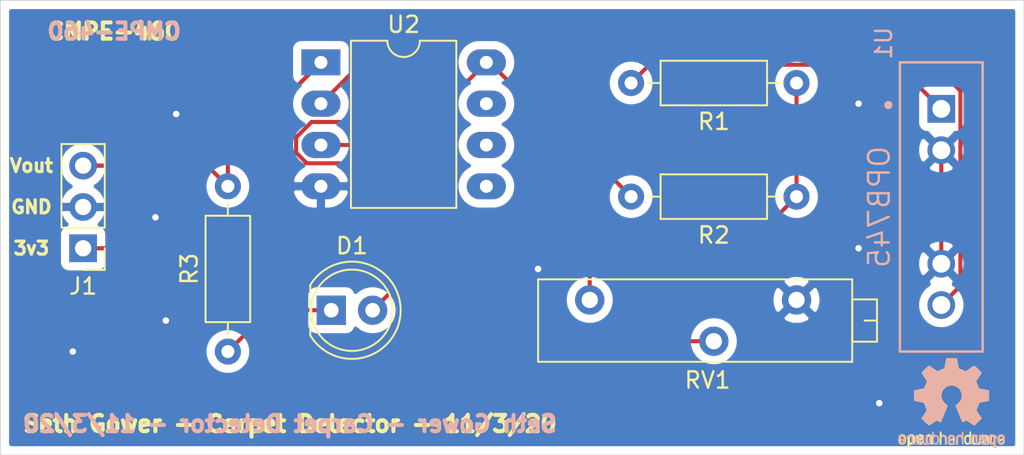
<source format=kicad_pcb>
(kicad_pcb (version 20171130) (host pcbnew 5.1.7)

  (general
    (thickness 1.6)
    (drawings 11)
    (tracks 55)
    (zones 0)
    (modules 10)
    (nets 8)
  )

  (page A4)
  (layers
    (0 F.Cu signal)
    (31 B.Cu power)
    (32 B.Adhes user)
    (33 F.Adhes user)
    (34 B.Paste user)
    (35 F.Paste user)
    (36 B.SilkS user)
    (37 F.SilkS user)
    (38 B.Mask user)
    (39 F.Mask user)
    (40 Dwgs.User user)
    (41 Cmts.User user)
    (42 Eco1.User user)
    (43 Eco2.User user)
    (44 Edge.Cuts user)
    (45 Margin user)
    (46 B.CrtYd user)
    (47 F.CrtYd user)
    (48 B.Fab user)
    (49 F.Fab user)
  )

  (setup
    (last_trace_width 0.25)
    (user_trace_width 1)
    (trace_clearance 0.2)
    (zone_clearance 0.508)
    (zone_45_only no)
    (trace_min 0.2)
    (via_size 0.8)
    (via_drill 0.4)
    (via_min_size 0.4)
    (via_min_drill 0.3)
    (uvia_size 0.3)
    (uvia_drill 0.1)
    (uvias_allowed no)
    (uvia_min_size 0.2)
    (uvia_min_drill 0.1)
    (edge_width 0.05)
    (segment_width 0.2)
    (pcb_text_width 0.3)
    (pcb_text_size 1.5 1.5)
    (mod_edge_width 0.12)
    (mod_text_size 1 1)
    (mod_text_width 0.15)
    (pad_size 1.6 1.6)
    (pad_drill 0.8)
    (pad_to_mask_clearance 0)
    (aux_axis_origin 0 0)
    (visible_elements FFFFFF7F)
    (pcbplotparams
      (layerselection 0x010fc_ffffffff)
      (usegerberextensions false)
      (usegerberattributes true)
      (usegerberadvancedattributes true)
      (creategerberjobfile true)
      (excludeedgelayer true)
      (linewidth 0.100000)
      (plotframeref false)
      (viasonmask false)
      (mode 1)
      (useauxorigin false)
      (hpglpennumber 1)
      (hpglpenspeed 20)
      (hpglpendiameter 15.000000)
      (psnegative false)
      (psa4output false)
      (plotreference true)
      (plotvalue true)
      (plotinvisibletext false)
      (padsonsilk false)
      (subtractmaskfromsilk false)
      (outputformat 1)
      (mirror false)
      (drillshape 0)
      (scaleselection 1)
      (outputdirectory "gerbers"))
  )

  (net 0 "")
  (net 1 Vout)
  (net 2 GND)
  (net 3 "Net-(R1-Pad2)")
  (net 4 +3V3)
  (net 5 /Vin)
  (net 6 /Vref)
  (net 7 "Net-(D1-Pad1)")

  (net_class Default "This is the default net class."
    (clearance 0.2)
    (trace_width 0.25)
    (via_dia 0.8)
    (via_drill 0.4)
    (uvia_dia 0.3)
    (uvia_drill 0.1)
    (add_net +3V3)
    (add_net /Vin)
    (add_net /Vref)
    (add_net GND)
    (add_net "Net-(D1-Pad1)")
    (add_net "Net-(R1-Pad2)")
    (add_net Vout)
  )

  (module LED_THT:LED_D5.0mm (layer F.Cu) (tedit 5995936A) (tstamp 5FA1539D)
    (at 93.345 101.6)
    (descr "LED, diameter 5.0mm, 2 pins, http://cdn-reichelt.de/documents/datenblatt/A500/LL-504BC2E-009.pdf")
    (tags "LED diameter 5.0mm 2 pins")
    (path /5FA4A774)
    (fp_text reference D1 (at 1.27 -3.96) (layer F.SilkS)
      (effects (font (size 1 1) (thickness 0.15)))
    )
    (fp_text value Red (at 1.27 3.96) (layer F.Fab)
      (effects (font (size 1 1) (thickness 0.15)))
    )
    (fp_text user %R (at 1.25 0) (layer F.Fab)
      (effects (font (size 0.8 0.8) (thickness 0.2)))
    )
    (fp_arc (start 1.27 0) (end -1.29 1.54483) (angle -148.9) (layer F.SilkS) (width 0.12))
    (fp_arc (start 1.27 0) (end -1.29 -1.54483) (angle 148.9) (layer F.SilkS) (width 0.12))
    (fp_arc (start 1.27 0) (end -1.23 -1.469694) (angle 299.1) (layer F.Fab) (width 0.1))
    (fp_circle (center 1.27 0) (end 3.77 0) (layer F.Fab) (width 0.1))
    (fp_circle (center 1.27 0) (end 3.77 0) (layer F.SilkS) (width 0.12))
    (fp_line (start -1.23 -1.469694) (end -1.23 1.469694) (layer F.Fab) (width 0.1))
    (fp_line (start -1.29 -1.545) (end -1.29 1.545) (layer F.SilkS) (width 0.12))
    (fp_line (start -1.95 -3.25) (end -1.95 3.25) (layer F.CrtYd) (width 0.05))
    (fp_line (start -1.95 3.25) (end 4.5 3.25) (layer F.CrtYd) (width 0.05))
    (fp_line (start 4.5 3.25) (end 4.5 -3.25) (layer F.CrtYd) (width 0.05))
    (fp_line (start 4.5 -3.25) (end -1.95 -3.25) (layer F.CrtYd) (width 0.05))
    (pad 2 thru_hole circle (at 2.54 0) (size 1.8 1.8) (drill 0.9) (layers *.Cu *.Mask)
      (net 4 +3V3))
    (pad 1 thru_hole rect (at 0 0) (size 1.8 1.8) (drill 0.9) (layers *.Cu *.Mask)
      (net 7 "Net-(D1-Pad1)"))
    (model ${KISYS3DMOD}/LED_THT.3dshapes/LED_D5.0mm.wrl
      (at (xyz 0 0 0))
      (scale (xyz 1 1 1))
      (rotate (xyz 0 0 0))
    )
  )

  (module Potentiometer_THT:Potentiometer_Bourns_3006P_Horizontal (layer F.Cu) (tedit 5A3D4994) (tstamp 5FA143EF)
    (at 109.22 100.965 180)
    (descr "Potentiometer, horizontal, Bourns 3006P, https://www.bourns.com/docs/Product-Datasheets/3006.pdf")
    (tags "Potentiometer horizontal Bourns 3006P")
    (path /5FA3D132)
    (fp_text reference RV1 (at -7.235 -4.935) (layer F.SilkS)
      (effects (font (size 1 1) (thickness 0.15)))
    )
    (fp_text value R_POT_US (at -7.235 2.395) (layer F.Fab)
      (effects (font (size 1 1) (thickness 0.15)))
    )
    (fp_line (start 3.35 -3.95) (end -17.8 -3.95) (layer F.CrtYd) (width 0.05))
    (fp_line (start 3.35 1.4) (end 3.35 -3.95) (layer F.CrtYd) (width 0.05))
    (fp_line (start -17.8 1.4) (end 3.35 1.4) (layer F.CrtYd) (width 0.05))
    (fp_line (start -17.8 -3.95) (end -17.8 1.4) (layer F.CrtYd) (width 0.05))
    (fp_line (start -17.64 -1.27) (end -16.881 -1.27) (layer F.SilkS) (width 0.12))
    (fp_line (start -16.121 -2.569) (end -16.121 0.03) (layer F.SilkS) (width 0.12))
    (fp_line (start -17.64 -2.569) (end -17.64 0.03) (layer F.SilkS) (width 0.12))
    (fp_line (start -17.64 0.03) (end -16.121 0.03) (layer F.SilkS) (width 0.12))
    (fp_line (start -17.64 -2.569) (end -16.121 -2.569) (layer F.SilkS) (width 0.12))
    (fp_line (start 3.17 -3.805) (end 3.17 1.265) (layer F.SilkS) (width 0.12))
    (fp_line (start -16.12 -3.805) (end -16.12 1.265) (layer F.SilkS) (width 0.12))
    (fp_line (start -16.12 1.265) (end 3.17 1.265) (layer F.SilkS) (width 0.12))
    (fp_line (start -16.12 -3.805) (end 3.17 -3.805) (layer F.SilkS) (width 0.12))
    (fp_line (start -17.52 -1.27) (end -16.76 -1.27) (layer F.Fab) (width 0.1))
    (fp_line (start -16 -2.45) (end -17.52 -2.45) (layer F.Fab) (width 0.1))
    (fp_line (start -16 -0.09) (end -16 -2.45) (layer F.Fab) (width 0.1))
    (fp_line (start -17.52 -0.09) (end -16 -0.09) (layer F.Fab) (width 0.1))
    (fp_line (start -17.52 -2.45) (end -17.52 -0.09) (layer F.Fab) (width 0.1))
    (fp_line (start 3.05 -3.685) (end -16 -3.685) (layer F.Fab) (width 0.1))
    (fp_line (start 3.05 1.145) (end 3.05 -3.685) (layer F.Fab) (width 0.1))
    (fp_line (start -16 1.145) (end 3.05 1.145) (layer F.Fab) (width 0.1))
    (fp_line (start -16 -3.685) (end -16 1.145) (layer F.Fab) (width 0.1))
    (fp_text user %R (at -6.475 -1.27) (layer F.Fab)
      (effects (font (size 1 1) (thickness 0.15)))
    )
    (pad 3 thru_hole circle (at -12.7 0 180) (size 1.8 1.8) (drill 1) (layers *.Cu *.Mask)
      (net 2 GND))
    (pad 2 thru_hole circle (at -7.62 -2.54 180) (size 1.8 1.8) (drill 1) (layers *.Cu *.Mask)
      (net 6 /Vref))
    (pad 1 thru_hole circle (at 0 0 180) (size 1.8 1.8) (drill 1) (layers *.Cu *.Mask)
      (net 4 +3V3))
    (model ${KISYS3DMOD}/Potentiometer_THT.3dshapes/Potentiometer_Bourns_3006P_Horizontal.wrl
      (at (xyz 0 0 0))
      (scale (xyz 1 1 1))
      (rotate (xyz 0 0 0))
    )
  )

  (module Resistor_THT:R_Axial_DIN0207_L6.3mm_D2.5mm_P10.16mm_Horizontal (layer F.Cu) (tedit 5AE5139B) (tstamp 5FA16BFC)
    (at 86.995 104.14 90)
    (descr "Resistor, Axial_DIN0207 series, Axial, Horizontal, pin pitch=10.16mm, 0.25W = 1/4W, length*diameter=6.3*2.5mm^2, http://cdn-reichelt.de/documents/datenblatt/B400/1_4W%23YAG.pdf")
    (tags "Resistor Axial_DIN0207 series Axial Horizontal pin pitch 10.16mm 0.25W = 1/4W length 6.3mm diameter 2.5mm")
    (path /5FA650D5)
    (fp_text reference R3 (at 5.08 -2.37 90) (layer F.SilkS)
      (effects (font (size 1 1) (thickness 0.15)))
    )
    (fp_text value 1k (at 5.08 2.37 90) (layer F.Fab)
      (effects (font (size 1 1) (thickness 0.15)))
    )
    (fp_line (start 11.21 -1.5) (end -1.05 -1.5) (layer F.CrtYd) (width 0.05))
    (fp_line (start 11.21 1.5) (end 11.21 -1.5) (layer F.CrtYd) (width 0.05))
    (fp_line (start -1.05 1.5) (end 11.21 1.5) (layer F.CrtYd) (width 0.05))
    (fp_line (start -1.05 -1.5) (end -1.05 1.5) (layer F.CrtYd) (width 0.05))
    (fp_line (start 9.12 0) (end 8.35 0) (layer F.SilkS) (width 0.12))
    (fp_line (start 1.04 0) (end 1.81 0) (layer F.SilkS) (width 0.12))
    (fp_line (start 8.35 -1.37) (end 1.81 -1.37) (layer F.SilkS) (width 0.12))
    (fp_line (start 8.35 1.37) (end 8.35 -1.37) (layer F.SilkS) (width 0.12))
    (fp_line (start 1.81 1.37) (end 8.35 1.37) (layer F.SilkS) (width 0.12))
    (fp_line (start 1.81 -1.37) (end 1.81 1.37) (layer F.SilkS) (width 0.12))
    (fp_line (start 10.16 0) (end 8.23 0) (layer F.Fab) (width 0.1))
    (fp_line (start 0 0) (end 1.93 0) (layer F.Fab) (width 0.1))
    (fp_line (start 8.23 -1.25) (end 1.93 -1.25) (layer F.Fab) (width 0.1))
    (fp_line (start 8.23 1.25) (end 8.23 -1.25) (layer F.Fab) (width 0.1))
    (fp_line (start 1.93 1.25) (end 8.23 1.25) (layer F.Fab) (width 0.1))
    (fp_line (start 1.93 -1.25) (end 1.93 1.25) (layer F.Fab) (width 0.1))
    (fp_text user %R (at 5.08 0 90) (layer F.Fab)
      (effects (font (size 1 1) (thickness 0.15)))
    )
    (pad 2 thru_hole oval (at 10.16 0 90) (size 1.6 1.6) (drill 0.8) (layers *.Cu *.Mask)
      (net 1 Vout))
    (pad 1 thru_hole circle (at 0 0 90) (size 1.6 1.6) (drill 0.8) (layers *.Cu *.Mask)
      (net 7 "Net-(D1-Pad1)"))
    (model ${KISYS3DMOD}/Resistor_THT.3dshapes/R_Axial_DIN0207_L6.3mm_D2.5mm_P10.16mm_Horizontal.wrl
      (at (xyz 0 0 0))
      (scale (xyz 1 1 1))
      (rotate (xyz 0 0 0))
    )
  )

  (module Symbol:OSHW-Logo2_7.3x6mm_SilkScreen (layer F.Cu) (tedit 0) (tstamp 5FA1679C)
    (at 131.445 107.315)
    (descr "Open Source Hardware Symbol")
    (tags "Logo Symbol OSHW")
    (attr virtual)
    (fp_text reference REF** (at 0 0) (layer F.SilkS) hide
      (effects (font (size 1 1) (thickness 0.15)))
    )
    (fp_text value OSHW-Logo2_7.3x6mm_SilkScreen (at 0.75 0) (layer F.Fab) hide
      (effects (font (size 1 1) (thickness 0.15)))
    )
    (fp_poly (pts (xy 0.10391 -2.757652) (xy 0.182454 -2.757222) (xy 0.239298 -2.756058) (xy 0.278105 -2.753793)
      (xy 0.302538 -2.75006) (xy 0.316262 -2.744494) (xy 0.32294 -2.736727) (xy 0.326236 -2.726395)
      (xy 0.326556 -2.725057) (xy 0.331562 -2.700921) (xy 0.340829 -2.653299) (xy 0.353392 -2.587259)
      (xy 0.368287 -2.507872) (xy 0.384551 -2.420204) (xy 0.385119 -2.417125) (xy 0.40141 -2.331211)
      (xy 0.416652 -2.255304) (xy 0.429861 -2.193955) (xy 0.440054 -2.151718) (xy 0.446248 -2.133145)
      (xy 0.446543 -2.132816) (xy 0.464788 -2.123747) (xy 0.502405 -2.108633) (xy 0.551271 -2.090738)
      (xy 0.551543 -2.090642) (xy 0.613093 -2.067507) (xy 0.685657 -2.038035) (xy 0.754057 -2.008403)
      (xy 0.757294 -2.006938) (xy 0.868702 -1.956374) (xy 1.115399 -2.12484) (xy 1.191077 -2.176197)
      (xy 1.259631 -2.222111) (xy 1.317088 -2.25997) (xy 1.359476 -2.287163) (xy 1.382825 -2.301079)
      (xy 1.385042 -2.302111) (xy 1.40201 -2.297516) (xy 1.433701 -2.275345) (xy 1.481352 -2.234553)
      (xy 1.546198 -2.174095) (xy 1.612397 -2.109773) (xy 1.676214 -2.046388) (xy 1.733329 -1.988549)
      (xy 1.780305 -1.939825) (xy 1.813703 -1.90379) (xy 1.830085 -1.884016) (xy 1.830694 -1.882998)
      (xy 1.832505 -1.869428) (xy 1.825683 -1.847267) (xy 1.80854 -1.813522) (xy 1.779393 -1.7652)
      (xy 1.736555 -1.699308) (xy 1.679448 -1.614483) (xy 1.628766 -1.539823) (xy 1.583461 -1.47286)
      (xy 1.54615 -1.417484) (xy 1.519452 -1.37758) (xy 1.505985 -1.357038) (xy 1.505137 -1.355644)
      (xy 1.506781 -1.335962) (xy 1.519245 -1.297707) (xy 1.540048 -1.248111) (xy 1.547462 -1.232272)
      (xy 1.579814 -1.16171) (xy 1.614328 -1.081647) (xy 1.642365 -1.012371) (xy 1.662568 -0.960955)
      (xy 1.678615 -0.921881) (xy 1.687888 -0.901459) (xy 1.689041 -0.899886) (xy 1.706096 -0.897279)
      (xy 1.746298 -0.890137) (xy 1.804302 -0.879477) (xy 1.874763 -0.866315) (xy 1.952335 -0.851667)
      (xy 2.031672 -0.836551) (xy 2.107431 -0.821982) (xy 2.174264 -0.808978) (xy 2.226828 -0.798555)
      (xy 2.259776 -0.79173) (xy 2.267857 -0.789801) (xy 2.276205 -0.785038) (xy 2.282506 -0.774282)
      (xy 2.287045 -0.753902) (xy 2.290104 -0.720266) (xy 2.291967 -0.669745) (xy 2.292918 -0.598708)
      (xy 2.29324 -0.503524) (xy 2.293257 -0.464508) (xy 2.293257 -0.147201) (xy 2.217057 -0.132161)
      (xy 2.174663 -0.124005) (xy 2.1114 -0.112101) (xy 2.034962 -0.097884) (xy 1.953043 -0.08279)
      (xy 1.9304 -0.078645) (xy 1.854806 -0.063947) (xy 1.788953 -0.049495) (xy 1.738366 -0.036625)
      (xy 1.708574 -0.026678) (xy 1.703612 -0.023713) (xy 1.691426 -0.002717) (xy 1.673953 0.037967)
      (xy 1.654577 0.090322) (xy 1.650734 0.1016) (xy 1.625339 0.171523) (xy 1.593817 0.250418)
      (xy 1.562969 0.321266) (xy 1.562817 0.321595) (xy 1.511447 0.432733) (xy 1.680399 0.681253)
      (xy 1.849352 0.929772) (xy 1.632429 1.147058) (xy 1.566819 1.211726) (xy 1.506979 1.268733)
      (xy 1.456267 1.315033) (xy 1.418046 1.347584) (xy 1.395675 1.363343) (xy 1.392466 1.364343)
      (xy 1.373626 1.356469) (xy 1.33518 1.334578) (xy 1.28133 1.301267) (xy 1.216276 1.259131)
      (xy 1.14594 1.211943) (xy 1.074555 1.16381) (xy 1.010908 1.121928) (xy 0.959041 1.088871)
      (xy 0.922995 1.067218) (xy 0.906867 1.059543) (xy 0.887189 1.066037) (xy 0.849875 1.08315)
      (xy 0.802621 1.107326) (xy 0.797612 1.110013) (xy 0.733977 1.141927) (xy 0.690341 1.157579)
      (xy 0.663202 1.157745) (xy 0.649057 1.143204) (xy 0.648975 1.143) (xy 0.641905 1.125779)
      (xy 0.625042 1.084899) (xy 0.599695 1.023525) (xy 0.567171 0.944819) (xy 0.528778 0.851947)
      (xy 0.485822 0.748072) (xy 0.444222 0.647502) (xy 0.398504 0.536516) (xy 0.356526 0.433703)
      (xy 0.319548 0.342215) (xy 0.288827 0.265201) (xy 0.265622 0.205815) (xy 0.25119 0.167209)
      (xy 0.246743 0.1528) (xy 0.257896 0.136272) (xy 0.287069 0.10993) (xy 0.325971 0.080887)
      (xy 0.436757 -0.010961) (xy 0.523351 -0.116241) (xy 0.584716 -0.232734) (xy 0.619815 -0.358224)
      (xy 0.627608 -0.490493) (xy 0.621943 -0.551543) (xy 0.591078 -0.678205) (xy 0.53792 -0.790059)
      (xy 0.465767 -0.885999) (xy 0.377917 -0.964924) (xy 0.277665 -1.02573) (xy 0.16831 -1.067313)
      (xy 0.053147 -1.088572) (xy -0.064525 -1.088401) (xy -0.18141 -1.065699) (xy -0.294211 -1.019362)
      (xy -0.399631 -0.948287) (xy -0.443632 -0.908089) (xy -0.528021 -0.804871) (xy -0.586778 -0.692075)
      (xy -0.620296 -0.57299) (xy -0.628965 -0.450905) (xy -0.613177 -0.329107) (xy -0.573322 -0.210884)
      (xy -0.509793 -0.099525) (xy -0.422979 0.001684) (xy -0.325971 0.080887) (xy -0.285563 0.111162)
      (xy -0.257018 0.137219) (xy -0.246743 0.152825) (xy -0.252123 0.169843) (xy -0.267425 0.2105)
      (xy -0.291388 0.271642) (xy -0.322756 0.350119) (xy -0.360268 0.44278) (xy -0.402667 0.546472)
      (xy -0.444337 0.647526) (xy -0.49031 0.758607) (xy -0.532893 0.861541) (xy -0.570779 0.953165)
      (xy -0.60266 1.030316) (xy -0.627229 1.089831) (xy -0.64318 1.128544) (xy -0.64909 1.143)
      (xy -0.663052 1.157685) (xy -0.69006 1.157642) (xy -0.733587 1.142099) (xy -0.79711 1.110284)
      (xy -0.797612 1.110013) (xy -0.84544 1.085323) (xy -0.884103 1.067338) (xy -0.905905 1.059614)
      (xy -0.906867 1.059543) (xy -0.923279 1.067378) (xy -0.959513 1.089165) (xy -1.011526 1.122328)
      (xy -1.075275 1.164291) (xy -1.14594 1.211943) (xy -1.217884 1.260191) (xy -1.282726 1.302151)
      (xy -1.336265 1.335227) (xy -1.374303 1.356821) (xy -1.392467 1.364343) (xy -1.409192 1.354457)
      (xy -1.44282 1.326826) (xy -1.48999 1.284495) (xy -1.547342 1.230505) (xy -1.611516 1.167899)
      (xy -1.632503 1.146983) (xy -1.849501 0.929623) (xy -1.684332 0.68722) (xy -1.634136 0.612781)
      (xy -1.590081 0.545972) (xy -1.554638 0.490665) (xy -1.530281 0.450729) (xy -1.519478 0.430036)
      (xy -1.519162 0.428563) (xy -1.524857 0.409058) (xy -1.540174 0.369822) (xy -1.562463 0.31743)
      (xy -1.578107 0.282355) (xy -1.607359 0.215201) (xy -1.634906 0.147358) (xy -1.656263 0.090034)
      (xy -1.662065 0.072572) (xy -1.678548 0.025938) (xy -1.69466 -0.010095) (xy -1.70351 -0.023713)
      (xy -1.72304 -0.032048) (xy -1.765666 -0.043863) (xy -1.825855 -0.057819) (xy -1.898078 -0.072578)
      (xy -1.9304 -0.078645) (xy -2.012478 -0.093727) (xy -2.091205 -0.108331) (xy -2.158891 -0.12102)
      (xy -2.20784 -0.130358) (xy -2.217057 -0.132161) (xy -2.293257 -0.147201) (xy -2.293257 -0.464508)
      (xy -2.293086 -0.568846) (xy -2.292384 -0.647787) (xy -2.290866 -0.704962) (xy -2.288251 -0.744001)
      (xy -2.284254 -0.768535) (xy -2.278591 -0.782195) (xy -2.27098 -0.788611) (xy -2.267857 -0.789801)
      (xy -2.249022 -0.79402) (xy -2.207412 -0.802438) (xy -2.14837 -0.814039) (xy -2.077243 -0.827805)
      (xy -1.999375 -0.84272) (xy -1.920113 -0.857768) (xy -1.844802 -0.871931) (xy -1.778787 -0.884194)
      (xy -1.727413 -0.893539) (xy -1.696025 -0.89895) (xy -1.689041 -0.899886) (xy -1.682715 -0.912404)
      (xy -1.66871 -0.945754) (xy -1.649645 -0.993623) (xy -1.642366 -1.012371) (xy -1.613004 -1.084805)
      (xy -1.578429 -1.16483) (xy -1.547463 -1.232272) (xy -1.524677 -1.283841) (xy -1.509518 -1.326215)
      (xy -1.504458 -1.352166) (xy -1.505264 -1.355644) (xy -1.515959 -1.372064) (xy -1.54038 -1.408583)
      (xy -1.575905 -1.461313) (xy -1.619913 -1.526365) (xy -1.669783 -1.599849) (xy -1.679644 -1.614355)
      (xy -1.737508 -1.700296) (xy -1.780044 -1.765739) (xy -1.808946 -1.813696) (xy -1.82591 -1.84718)
      (xy -1.832633 -1.869205) (xy -1.83081 -1.882783) (xy -1.830764 -1.882869) (xy -1.816414 -1.900703)
      (xy -1.784677 -1.935183) (xy -1.73899 -1.982732) (xy -1.682796 -2.039778) (xy -1.619532 -2.102745)
      (xy -1.612398 -2.109773) (xy -1.53267 -2.18698) (xy -1.471143 -2.24367) (xy -1.426579 -2.28089)
      (xy -1.397743 -2.299685) (xy -1.385042 -2.302111) (xy -1.366506 -2.291529) (xy -1.328039 -2.267084)
      (xy -1.273614 -2.231388) (xy -1.207202 -2.187053) (xy -1.132775 -2.136689) (xy -1.115399 -2.12484)
      (xy -0.868703 -1.956374) (xy -0.757294 -2.006938) (xy -0.689543 -2.036405) (xy -0.616817 -2.066041)
      (xy -0.554297 -2.08967) (xy -0.551543 -2.090642) (xy -0.50264 -2.108543) (xy -0.464943 -2.12368)
      (xy -0.446575 -2.13279) (xy -0.446544 -2.132816) (xy -0.440715 -2.149283) (xy -0.430808 -2.189781)
      (xy -0.417805 -2.249758) (xy -0.402691 -2.32466) (xy -0.386448 -2.409936) (xy -0.385119 -2.417125)
      (xy -0.368825 -2.504986) (xy -0.353867 -2.58474) (xy -0.341209 -2.651319) (xy -0.331814 -2.699653)
      (xy -0.326646 -2.724675) (xy -0.326556 -2.725057) (xy -0.323411 -2.735701) (xy -0.317296 -2.743738)
      (xy -0.304547 -2.749533) (xy -0.2815 -2.753453) (xy -0.244491 -2.755865) (xy -0.189856 -2.757135)
      (xy -0.113933 -2.757629) (xy -0.013056 -2.757714) (xy 0 -2.757714) (xy 0.10391 -2.757652)) (layer F.SilkS) (width 0.01))
    (fp_poly (pts (xy 3.153595 1.966966) (xy 3.211021 2.004497) (xy 3.238719 2.038096) (xy 3.260662 2.099064)
      (xy 3.262405 2.147308) (xy 3.258457 2.211816) (xy 3.109686 2.276934) (xy 3.037349 2.310202)
      (xy 2.990084 2.336964) (xy 2.965507 2.360144) (xy 2.961237 2.382667) (xy 2.974889 2.407455)
      (xy 2.989943 2.423886) (xy 3.033746 2.450235) (xy 3.081389 2.452081) (xy 3.125145 2.431546)
      (xy 3.157289 2.390752) (xy 3.163038 2.376347) (xy 3.190576 2.331356) (xy 3.222258 2.312182)
      (xy 3.265714 2.295779) (xy 3.265714 2.357966) (xy 3.261872 2.400283) (xy 3.246823 2.435969)
      (xy 3.21528 2.476943) (xy 3.210592 2.482267) (xy 3.175506 2.51872) (xy 3.145347 2.538283)
      (xy 3.107615 2.547283) (xy 3.076335 2.55023) (xy 3.020385 2.550965) (xy 2.980555 2.54166)
      (xy 2.955708 2.527846) (xy 2.916656 2.497467) (xy 2.889625 2.464613) (xy 2.872517 2.423294)
      (xy 2.863238 2.367521) (xy 2.859693 2.291305) (xy 2.85941 2.252622) (xy 2.860372 2.206247)
      (xy 2.948007 2.206247) (xy 2.949023 2.231126) (xy 2.951556 2.2352) (xy 2.968274 2.229665)
      (xy 3.004249 2.215017) (xy 3.052331 2.19419) (xy 3.062386 2.189714) (xy 3.123152 2.158814)
      (xy 3.156632 2.131657) (xy 3.16399 2.10622) (xy 3.146391 2.080481) (xy 3.131856 2.069109)
      (xy 3.07941 2.046364) (xy 3.030322 2.050122) (xy 2.989227 2.077884) (xy 2.960758 2.127152)
      (xy 2.951631 2.166257) (xy 2.948007 2.206247) (xy 2.860372 2.206247) (xy 2.861285 2.162249)
      (xy 2.868196 2.095384) (xy 2.881884 2.046695) (xy 2.904096 2.010849) (xy 2.936574 1.982513)
      (xy 2.950733 1.973355) (xy 3.015053 1.949507) (xy 3.085473 1.948006) (xy 3.153595 1.966966)) (layer F.SilkS) (width 0.01))
    (fp_poly (pts (xy 2.6526 1.958752) (xy 2.669948 1.966334) (xy 2.711356 1.999128) (xy 2.746765 2.046547)
      (xy 2.768664 2.097151) (xy 2.772229 2.122098) (xy 2.760279 2.156927) (xy 2.734067 2.175357)
      (xy 2.705964 2.186516) (xy 2.693095 2.188572) (xy 2.686829 2.173649) (xy 2.674456 2.141175)
      (xy 2.669028 2.126502) (xy 2.63859 2.075744) (xy 2.59452 2.050427) (xy 2.53801 2.051206)
      (xy 2.533825 2.052203) (xy 2.503655 2.066507) (xy 2.481476 2.094393) (xy 2.466327 2.139287)
      (xy 2.45725 2.204615) (xy 2.453286 2.293804) (xy 2.452914 2.341261) (xy 2.45273 2.416071)
      (xy 2.451522 2.467069) (xy 2.448309 2.499471) (xy 2.442109 2.518495) (xy 2.43194 2.529356)
      (xy 2.416819 2.537272) (xy 2.415946 2.53767) (xy 2.386828 2.549981) (xy 2.372403 2.554514)
      (xy 2.370186 2.540809) (xy 2.368289 2.502925) (xy 2.366847 2.445715) (xy 2.365998 2.374027)
      (xy 2.365829 2.321565) (xy 2.366692 2.220047) (xy 2.37007 2.143032) (xy 2.377142 2.086023)
      (xy 2.389088 2.044526) (xy 2.40709 2.014043) (xy 2.432327 1.99008) (xy 2.457247 1.973355)
      (xy 2.517171 1.951097) (xy 2.586911 1.946076) (xy 2.6526 1.958752)) (layer F.SilkS) (width 0.01))
    (fp_poly (pts (xy 2.144876 1.956335) (xy 2.186667 1.975344) (xy 2.219469 1.998378) (xy 2.243503 2.024133)
      (xy 2.260097 2.057358) (xy 2.270577 2.1028) (xy 2.276271 2.165207) (xy 2.278507 2.249327)
      (xy 2.278743 2.304721) (xy 2.278743 2.520826) (xy 2.241774 2.53767) (xy 2.212656 2.549981)
      (xy 2.198231 2.554514) (xy 2.195472 2.541025) (xy 2.193282 2.504653) (xy 2.191942 2.451542)
      (xy 2.191657 2.409372) (xy 2.190434 2.348447) (xy 2.187136 2.300115) (xy 2.182321 2.270518)
      (xy 2.178496 2.264229) (xy 2.152783 2.270652) (xy 2.112418 2.287125) (xy 2.065679 2.309458)
      (xy 2.020845 2.333457) (xy 1.986193 2.35493) (xy 1.970002 2.369685) (xy 1.969938 2.369845)
      (xy 1.97133 2.397152) (xy 1.983818 2.423219) (xy 2.005743 2.444392) (xy 2.037743 2.451474)
      (xy 2.065092 2.450649) (xy 2.103826 2.450042) (xy 2.124158 2.459116) (xy 2.136369 2.483092)
      (xy 2.137909 2.487613) (xy 2.143203 2.521806) (xy 2.129047 2.542568) (xy 2.092148 2.552462)
      (xy 2.052289 2.554292) (xy 1.980562 2.540727) (xy 1.943432 2.521355) (xy 1.897576 2.475845)
      (xy 1.873256 2.419983) (xy 1.871073 2.360957) (xy 1.891629 2.305953) (xy 1.922549 2.271486)
      (xy 1.95342 2.252189) (xy 2.001942 2.227759) (xy 2.058485 2.202985) (xy 2.06791 2.199199)
      (xy 2.130019 2.171791) (xy 2.165822 2.147634) (xy 2.177337 2.123619) (xy 2.16658 2.096635)
      (xy 2.148114 2.075543) (xy 2.104469 2.049572) (xy 2.056446 2.047624) (xy 2.012406 2.067637)
      (xy 1.980709 2.107551) (xy 1.976549 2.117848) (xy 1.952327 2.155724) (xy 1.916965 2.183842)
      (xy 1.872343 2.206917) (xy 1.872343 2.141485) (xy 1.874969 2.101506) (xy 1.88623 2.069997)
      (xy 1.911199 2.036378) (xy 1.935169 2.010484) (xy 1.972441 1.973817) (xy 2.001401 1.954121)
      (xy 2.032505 1.94622) (xy 2.067713 1.944914) (xy 2.144876 1.956335)) (layer F.SilkS) (width 0.01))
    (fp_poly (pts (xy 1.779833 1.958663) (xy 1.782048 1.99685) (xy 1.783784 2.054886) (xy 1.784899 2.12818)
      (xy 1.785257 2.205055) (xy 1.785257 2.465196) (xy 1.739326 2.511127) (xy 1.707675 2.539429)
      (xy 1.67989 2.550893) (xy 1.641915 2.550168) (xy 1.62684 2.548321) (xy 1.579726 2.542948)
      (xy 1.540756 2.539869) (xy 1.531257 2.539585) (xy 1.499233 2.541445) (xy 1.453432 2.546114)
      (xy 1.435674 2.548321) (xy 1.392057 2.551735) (xy 1.362745 2.54432) (xy 1.33368 2.521427)
      (xy 1.323188 2.511127) (xy 1.277257 2.465196) (xy 1.277257 1.978602) (xy 1.314226 1.961758)
      (xy 1.346059 1.949282) (xy 1.364683 1.944914) (xy 1.369458 1.958718) (xy 1.373921 1.997286)
      (xy 1.377775 2.056356) (xy 1.380722 2.131663) (xy 1.382143 2.195286) (xy 1.386114 2.445657)
      (xy 1.420759 2.450556) (xy 1.452268 2.447131) (xy 1.467708 2.436041) (xy 1.472023 2.415308)
      (xy 1.475708 2.371145) (xy 1.478469 2.309146) (xy 1.480012 2.234909) (xy 1.480235 2.196706)
      (xy 1.480457 1.976783) (xy 1.526166 1.960849) (xy 1.558518 1.950015) (xy 1.576115 1.944962)
      (xy 1.576623 1.944914) (xy 1.578388 1.958648) (xy 1.580329 1.99673) (xy 1.582282 2.054482)
      (xy 1.584084 2.127227) (xy 1.585343 2.195286) (xy 1.589314 2.445657) (xy 1.6764 2.445657)
      (xy 1.680396 2.21724) (xy 1.684392 1.988822) (xy 1.726847 1.966868) (xy 1.758192 1.951793)
      (xy 1.776744 1.944951) (xy 1.777279 1.944914) (xy 1.779833 1.958663)) (layer F.SilkS) (width 0.01))
    (fp_poly (pts (xy 1.190117 2.065358) (xy 1.189933 2.173837) (xy 1.189219 2.257287) (xy 1.187675 2.319704)
      (xy 1.185001 2.365085) (xy 1.180894 2.397429) (xy 1.175055 2.420733) (xy 1.167182 2.438995)
      (xy 1.161221 2.449418) (xy 1.111855 2.505945) (xy 1.049264 2.541377) (xy 0.980013 2.55409)
      (xy 0.910668 2.542463) (xy 0.869375 2.521568) (xy 0.826025 2.485422) (xy 0.796481 2.441276)
      (xy 0.778655 2.383462) (xy 0.770463 2.306313) (xy 0.769302 2.249714) (xy 0.769458 2.245647)
      (xy 0.870857 2.245647) (xy 0.871476 2.31055) (xy 0.874314 2.353514) (xy 0.88084 2.381622)
      (xy 0.892523 2.401953) (xy 0.906483 2.417288) (xy 0.953365 2.44689) (xy 1.003701 2.449419)
      (xy 1.051276 2.424705) (xy 1.054979 2.421356) (xy 1.070783 2.403935) (xy 1.080693 2.383209)
      (xy 1.086058 2.352362) (xy 1.088228 2.304577) (xy 1.088571 2.251748) (xy 1.087827 2.185381)
      (xy 1.084748 2.141106) (xy 1.078061 2.112009) (xy 1.066496 2.091173) (xy 1.057013 2.080107)
      (xy 1.01296 2.052198) (xy 0.962224 2.048843) (xy 0.913796 2.070159) (xy 0.90445 2.078073)
      (xy 0.88854 2.095647) (xy 0.87861 2.116587) (xy 0.873278 2.147782) (xy 0.871163 2.196122)
      (xy 0.870857 2.245647) (xy 0.769458 2.245647) (xy 0.77281 2.158568) (xy 0.784726 2.090086)
      (xy 0.807135 2.0386) (xy 0.842124 1.998443) (xy 0.869375 1.977861) (xy 0.918907 1.955625)
      (xy 0.976316 1.945304) (xy 1.029682 1.948067) (xy 1.059543 1.959212) (xy 1.071261 1.962383)
      (xy 1.079037 1.950557) (xy 1.084465 1.918866) (xy 1.088571 1.870593) (xy 1.093067 1.816829)
      (xy 1.099313 1.784482) (xy 1.110676 1.765985) (xy 1.130528 1.75377) (xy 1.143 1.748362)
      (xy 1.190171 1.728601) (xy 1.190117 2.065358)) (layer F.SilkS) (width 0.01))
    (fp_poly (pts (xy 0.529926 1.949755) (xy 0.595858 1.974084) (xy 0.649273 2.017117) (xy 0.670164 2.047409)
      (xy 0.692939 2.102994) (xy 0.692466 2.143186) (xy 0.668562 2.170217) (xy 0.659717 2.174813)
      (xy 0.62153 2.189144) (xy 0.602028 2.185472) (xy 0.595422 2.161407) (xy 0.595086 2.148114)
      (xy 0.582992 2.09921) (xy 0.551471 2.064999) (xy 0.507659 2.048476) (xy 0.458695 2.052634)
      (xy 0.418894 2.074227) (xy 0.40545 2.086544) (xy 0.395921 2.101487) (xy 0.389485 2.124075)
      (xy 0.385317 2.159328) (xy 0.382597 2.212266) (xy 0.380502 2.287907) (xy 0.37996 2.311857)
      (xy 0.377981 2.39379) (xy 0.375731 2.451455) (xy 0.372357 2.489608) (xy 0.367006 2.513004)
      (xy 0.358824 2.526398) (xy 0.346959 2.534545) (xy 0.339362 2.538144) (xy 0.307102 2.550452)
      (xy 0.288111 2.554514) (xy 0.281836 2.540948) (xy 0.278006 2.499934) (xy 0.2766 2.430999)
      (xy 0.277598 2.333669) (xy 0.277908 2.318657) (xy 0.280101 2.229859) (xy 0.282693 2.165019)
      (xy 0.286382 2.119067) (xy 0.291864 2.086935) (xy 0.299835 2.063553) (xy 0.310993 2.043852)
      (xy 0.31683 2.03541) (xy 0.350296 1.998057) (xy 0.387727 1.969003) (xy 0.392309 1.966467)
      (xy 0.459426 1.946443) (xy 0.529926 1.949755)) (layer F.SilkS) (width 0.01))
    (fp_poly (pts (xy 0.039744 1.950968) (xy 0.096616 1.972087) (xy 0.097267 1.972493) (xy 0.13244 1.99838)
      (xy 0.158407 2.028633) (xy 0.17667 2.068058) (xy 0.188732 2.121462) (xy 0.196096 2.193651)
      (xy 0.200264 2.289432) (xy 0.200629 2.303078) (xy 0.205876 2.508842) (xy 0.161716 2.531678)
      (xy 0.129763 2.54711) (xy 0.11047 2.554423) (xy 0.109578 2.554514) (xy 0.106239 2.541022)
      (xy 0.103587 2.504626) (xy 0.101956 2.451452) (xy 0.1016 2.408393) (xy 0.101592 2.338641)
      (xy 0.098403 2.294837) (xy 0.087288 2.273944) (xy 0.063501 2.272925) (xy 0.022296 2.288741)
      (xy -0.039914 2.317815) (xy -0.085659 2.341963) (xy -0.109187 2.362913) (xy -0.116104 2.385747)
      (xy -0.116114 2.386877) (xy -0.104701 2.426212) (xy -0.070908 2.447462) (xy -0.019191 2.450539)
      (xy 0.018061 2.450006) (xy 0.037703 2.460735) (xy 0.049952 2.486505) (xy 0.057002 2.519337)
      (xy 0.046842 2.537966) (xy 0.043017 2.540632) (xy 0.007001 2.55134) (xy -0.043434 2.552856)
      (xy -0.095374 2.545759) (xy -0.132178 2.532788) (xy -0.183062 2.489585) (xy -0.211986 2.429446)
      (xy -0.217714 2.382462) (xy -0.213343 2.340082) (xy -0.197525 2.305488) (xy -0.166203 2.274763)
      (xy -0.115322 2.24399) (xy -0.040824 2.209252) (xy -0.036286 2.207288) (xy 0.030821 2.176287)
      (xy 0.072232 2.150862) (xy 0.089981 2.128014) (xy 0.086107 2.104745) (xy 0.062643 2.078056)
      (xy 0.055627 2.071914) (xy 0.00863 2.0481) (xy -0.040067 2.049103) (xy -0.082478 2.072451)
      (xy -0.110616 2.115675) (xy -0.113231 2.12416) (xy -0.138692 2.165308) (xy -0.170999 2.185128)
      (xy -0.217714 2.20477) (xy -0.217714 2.15395) (xy -0.203504 2.080082) (xy -0.161325 2.012327)
      (xy -0.139376 1.989661) (xy -0.089483 1.960569) (xy -0.026033 1.9474) (xy 0.039744 1.950968)) (layer F.SilkS) (width 0.01))
    (fp_poly (pts (xy -0.624114 1.851289) (xy -0.619861 1.910613) (xy -0.614975 1.945572) (xy -0.608205 1.96082)
      (xy -0.598298 1.961015) (xy -0.595086 1.959195) (xy -0.552356 1.946015) (xy -0.496773 1.946785)
      (xy -0.440263 1.960333) (xy -0.404918 1.977861) (xy -0.368679 2.005861) (xy -0.342187 2.037549)
      (xy -0.324001 2.077813) (xy -0.312678 2.131543) (xy -0.306778 2.203626) (xy -0.304857 2.298951)
      (xy -0.304823 2.317237) (xy -0.3048 2.522646) (xy -0.350509 2.53858) (xy -0.382973 2.54942)
      (xy -0.400785 2.554468) (xy -0.401309 2.554514) (xy -0.403063 2.540828) (xy -0.404556 2.503076)
      (xy -0.405674 2.446224) (xy -0.406303 2.375234) (xy -0.4064 2.332073) (xy -0.406602 2.246973)
      (xy -0.407642 2.185981) (xy -0.410169 2.144177) (xy -0.414836 2.116642) (xy -0.422293 2.098456)
      (xy -0.433189 2.084698) (xy -0.439993 2.078073) (xy -0.486728 2.051375) (xy -0.537728 2.049375)
      (xy -0.583999 2.071955) (xy -0.592556 2.080107) (xy -0.605107 2.095436) (xy -0.613812 2.113618)
      (xy -0.619369 2.139909) (xy -0.622474 2.179562) (xy -0.623824 2.237832) (xy -0.624114 2.318173)
      (xy -0.624114 2.522646) (xy -0.669823 2.53858) (xy -0.702287 2.54942) (xy -0.720099 2.554468)
      (xy -0.720623 2.554514) (xy -0.721963 2.540623) (xy -0.723172 2.501439) (xy -0.724199 2.4407)
      (xy -0.724998 2.362141) (xy -0.725519 2.269498) (xy -0.725714 2.166509) (xy -0.725714 1.769342)
      (xy -0.678543 1.749444) (xy -0.631371 1.729547) (xy -0.624114 1.851289)) (layer F.SilkS) (width 0.01))
    (fp_poly (pts (xy -1.831697 1.931239) (xy -1.774473 1.969735) (xy -1.730251 2.025335) (xy -1.703833 2.096086)
      (xy -1.69849 2.148162) (xy -1.699097 2.169893) (xy -1.704178 2.186531) (xy -1.718145 2.201437)
      (xy -1.745411 2.217973) (xy -1.790388 2.239498) (xy -1.857489 2.269374) (xy -1.857829 2.269524)
      (xy -1.919593 2.297813) (xy -1.970241 2.322933) (xy -2.004596 2.342179) (xy -2.017482 2.352848)
      (xy -2.017486 2.352934) (xy -2.006128 2.376166) (xy -1.979569 2.401774) (xy -1.949077 2.420221)
      (xy -1.93363 2.423886) (xy -1.891485 2.411212) (xy -1.855192 2.379471) (xy -1.837483 2.344572)
      (xy -1.820448 2.318845) (xy -1.787078 2.289546) (xy -1.747851 2.264235) (xy -1.713244 2.250471)
      (xy -1.706007 2.249714) (xy -1.697861 2.26216) (xy -1.69737 2.293972) (xy -1.703357 2.336866)
      (xy -1.714643 2.382558) (xy -1.73005 2.422761) (xy -1.730829 2.424322) (xy -1.777196 2.489062)
      (xy -1.837289 2.533097) (xy -1.905535 2.554711) (xy -1.976362 2.552185) (xy -2.044196 2.523804)
      (xy -2.047212 2.521808) (xy -2.100573 2.473448) (xy -2.13566 2.410352) (xy -2.155078 2.327387)
      (xy -2.157684 2.304078) (xy -2.162299 2.194055) (xy -2.156767 2.142748) (xy -2.017486 2.142748)
      (xy -2.015676 2.174753) (xy -2.005778 2.184093) (xy -1.981102 2.177105) (xy -1.942205 2.160587)
      (xy -1.898725 2.139881) (xy -1.897644 2.139333) (xy -1.860791 2.119949) (xy -1.846 2.107013)
      (xy -1.849647 2.093451) (xy -1.865005 2.075632) (xy -1.904077 2.049845) (xy -1.946154 2.04795)
      (xy -1.983897 2.066717) (xy -2.009966 2.102915) (xy -2.017486 2.142748) (xy -2.156767 2.142748)
      (xy -2.152806 2.106027) (xy -2.12845 2.036212) (xy -2.094544 1.987302) (xy -2.033347 1.937878)
      (xy -1.965937 1.913359) (xy -1.89712 1.911797) (xy -1.831697 1.931239)) (layer F.SilkS) (width 0.01))
    (fp_poly (pts (xy -2.958885 1.921962) (xy -2.890855 1.957733) (xy -2.840649 2.015301) (xy -2.822815 2.052312)
      (xy -2.808937 2.107882) (xy -2.801833 2.178096) (xy -2.80116 2.254727) (xy -2.806573 2.329552)
      (xy -2.81773 2.394342) (xy -2.834286 2.440873) (xy -2.839374 2.448887) (xy -2.899645 2.508707)
      (xy -2.971231 2.544535) (xy -3.048908 2.55502) (xy -3.127452 2.53881) (xy -3.149311 2.529092)
      (xy -3.191878 2.499143) (xy -3.229237 2.459433) (xy -3.232768 2.454397) (xy -3.247119 2.430124)
      (xy -3.256606 2.404178) (xy -3.26221 2.370022) (xy -3.264914 2.321119) (xy -3.265701 2.250935)
      (xy -3.265714 2.2352) (xy -3.265678 2.230192) (xy -3.120571 2.230192) (xy -3.119727 2.29643)
      (xy -3.116404 2.340386) (xy -3.109417 2.368779) (xy -3.097584 2.388325) (xy -3.091543 2.394857)
      (xy -3.056814 2.41968) (xy -3.023097 2.418548) (xy -2.989005 2.397016) (xy -2.968671 2.374029)
      (xy -2.956629 2.340478) (xy -2.949866 2.287569) (xy -2.949402 2.281399) (xy -2.948248 2.185513)
      (xy -2.960312 2.114299) (xy -2.98543 2.068194) (xy -3.02344 2.047635) (xy -3.037008 2.046514)
      (xy -3.072636 2.052152) (xy -3.097006 2.071686) (xy -3.111907 2.109042) (xy -3.119125 2.16815)
      (xy -3.120571 2.230192) (xy -3.265678 2.230192) (xy -3.265174 2.160413) (xy -3.262904 2.108159)
      (xy -3.257932 2.071949) (xy -3.249287 2.045299) (xy -3.235995 2.021722) (xy -3.233057 2.017338)
      (xy -3.183687 1.958249) (xy -3.129891 1.923947) (xy -3.064398 1.910331) (xy -3.042158 1.909665)
      (xy -2.958885 1.921962)) (layer F.SilkS) (width 0.01))
    (fp_poly (pts (xy -1.283907 1.92778) (xy -1.237328 1.954723) (xy -1.204943 1.981466) (xy -1.181258 2.009484)
      (xy -1.164941 2.043748) (xy -1.154661 2.089227) (xy -1.149086 2.150892) (xy -1.146884 2.233711)
      (xy -1.146629 2.293246) (xy -1.146629 2.512391) (xy -1.208314 2.540044) (xy -1.27 2.567697)
      (xy -1.277257 2.32767) (xy -1.280256 2.238028) (xy -1.283402 2.172962) (xy -1.287299 2.128026)
      (xy -1.292553 2.09877) (xy -1.299769 2.080748) (xy -1.30955 2.069511) (xy -1.312688 2.067079)
      (xy -1.360239 2.048083) (xy -1.408303 2.0556) (xy -1.436914 2.075543) (xy -1.448553 2.089675)
      (xy -1.456609 2.10822) (xy -1.461729 2.136334) (xy -1.464559 2.179173) (xy -1.465744 2.241895)
      (xy -1.465943 2.307261) (xy -1.465982 2.389268) (xy -1.467386 2.447316) (xy -1.472086 2.486465)
      (xy -1.482013 2.51178) (xy -1.499097 2.528323) (xy -1.525268 2.541156) (xy -1.560225 2.554491)
      (xy -1.598404 2.569007) (xy -1.593859 2.311389) (xy -1.592029 2.218519) (xy -1.589888 2.149889)
      (xy -1.586819 2.100711) (xy -1.582206 2.066198) (xy -1.575432 2.041562) (xy -1.565881 2.022016)
      (xy -1.554366 2.00477) (xy -1.49881 1.94968) (xy -1.43102 1.917822) (xy -1.357287 1.910191)
      (xy -1.283907 1.92778)) (layer F.SilkS) (width 0.01))
    (fp_poly (pts (xy -2.400256 1.919918) (xy -2.344799 1.947568) (xy -2.295852 1.99848) (xy -2.282371 2.017338)
      (xy -2.267686 2.042015) (xy -2.258158 2.068816) (xy -2.252707 2.104587) (xy -2.250253 2.156169)
      (xy -2.249714 2.224267) (xy -2.252148 2.317588) (xy -2.260606 2.387657) (xy -2.276826 2.439931)
      (xy -2.302546 2.479869) (xy -2.339503 2.512929) (xy -2.342218 2.514886) (xy -2.37864 2.534908)
      (xy -2.422498 2.544815) (xy -2.478276 2.547257) (xy -2.568952 2.547257) (xy -2.56899 2.635283)
      (xy -2.569834 2.684308) (xy -2.574976 2.713065) (xy -2.588413 2.730311) (xy -2.614142 2.744808)
      (xy -2.620321 2.747769) (xy -2.649236 2.761648) (xy -2.671624 2.770414) (xy -2.688271 2.771171)
      (xy -2.699964 2.761023) (xy -2.70749 2.737073) (xy -2.711634 2.696426) (xy -2.713185 2.636186)
      (xy -2.712929 2.553455) (xy -2.711651 2.445339) (xy -2.711252 2.413) (xy -2.709815 2.301524)
      (xy -2.708528 2.228603) (xy -2.569029 2.228603) (xy -2.568245 2.290499) (xy -2.56476 2.330997)
      (xy -2.556876 2.357708) (xy -2.542895 2.378244) (xy -2.533403 2.38826) (xy -2.494596 2.417567)
      (xy -2.460237 2.419952) (xy -2.424784 2.39575) (xy -2.423886 2.394857) (xy -2.409461 2.376153)
      (xy -2.400687 2.350732) (xy -2.396261 2.311584) (xy -2.394882 2.251697) (xy -2.394857 2.23843)
      (xy -2.398188 2.155901) (xy -2.409031 2.098691) (xy -2.42866 2.063766) (xy -2.45835 2.048094)
      (xy -2.475509 2.046514) (xy -2.516234 2.053926) (xy -2.544168 2.07833) (xy -2.560983 2.12298)
      (xy -2.56835 2.19113) (xy -2.569029 2.228603) (xy -2.708528 2.228603) (xy -2.708292 2.215245)
      (xy -2.706323 2.150333) (xy -2.70355 2.102958) (xy -2.699612 2.06929) (xy -2.694151 2.045498)
      (xy -2.686808 2.027753) (xy -2.677223 2.012224) (xy -2.673113 2.006381) (xy -2.618595 1.951185)
      (xy -2.549664 1.91989) (xy -2.469928 1.911165) (xy -2.400256 1.919918)) (layer F.SilkS) (width 0.01))
  )

  (module Symbol:OSHW-Logo2_7.3x6mm_SilkScreen (layer B.Cu) (tedit 0) (tstamp 5FA16788)
    (at 131.445 107.315 180)
    (descr "Open Source Hardware Symbol")
    (tags "Logo Symbol OSHW")
    (attr virtual)
    (fp_text reference REF** (at 0 0) (layer B.SilkS) hide
      (effects (font (size 1 1) (thickness 0.15)) (justify mirror))
    )
    (fp_text value OSHW-Logo2_7.3x6mm_SilkScreen (at 0.75 0) (layer B.Fab) hide
      (effects (font (size 1 1) (thickness 0.15)) (justify mirror))
    )
    (fp_poly (pts (xy -2.400256 -1.919918) (xy -2.344799 -1.947568) (xy -2.295852 -1.99848) (xy -2.282371 -2.017338)
      (xy -2.267686 -2.042015) (xy -2.258158 -2.068816) (xy -2.252707 -2.104587) (xy -2.250253 -2.156169)
      (xy -2.249714 -2.224267) (xy -2.252148 -2.317588) (xy -2.260606 -2.387657) (xy -2.276826 -2.439931)
      (xy -2.302546 -2.479869) (xy -2.339503 -2.512929) (xy -2.342218 -2.514886) (xy -2.37864 -2.534908)
      (xy -2.422498 -2.544815) (xy -2.478276 -2.547257) (xy -2.568952 -2.547257) (xy -2.56899 -2.635283)
      (xy -2.569834 -2.684308) (xy -2.574976 -2.713065) (xy -2.588413 -2.730311) (xy -2.614142 -2.744808)
      (xy -2.620321 -2.747769) (xy -2.649236 -2.761648) (xy -2.671624 -2.770414) (xy -2.688271 -2.771171)
      (xy -2.699964 -2.761023) (xy -2.70749 -2.737073) (xy -2.711634 -2.696426) (xy -2.713185 -2.636186)
      (xy -2.712929 -2.553455) (xy -2.711651 -2.445339) (xy -2.711252 -2.413) (xy -2.709815 -2.301524)
      (xy -2.708528 -2.228603) (xy -2.569029 -2.228603) (xy -2.568245 -2.290499) (xy -2.56476 -2.330997)
      (xy -2.556876 -2.357708) (xy -2.542895 -2.378244) (xy -2.533403 -2.38826) (xy -2.494596 -2.417567)
      (xy -2.460237 -2.419952) (xy -2.424784 -2.39575) (xy -2.423886 -2.394857) (xy -2.409461 -2.376153)
      (xy -2.400687 -2.350732) (xy -2.396261 -2.311584) (xy -2.394882 -2.251697) (xy -2.394857 -2.23843)
      (xy -2.398188 -2.155901) (xy -2.409031 -2.098691) (xy -2.42866 -2.063766) (xy -2.45835 -2.048094)
      (xy -2.475509 -2.046514) (xy -2.516234 -2.053926) (xy -2.544168 -2.07833) (xy -2.560983 -2.12298)
      (xy -2.56835 -2.19113) (xy -2.569029 -2.228603) (xy -2.708528 -2.228603) (xy -2.708292 -2.215245)
      (xy -2.706323 -2.150333) (xy -2.70355 -2.102958) (xy -2.699612 -2.06929) (xy -2.694151 -2.045498)
      (xy -2.686808 -2.027753) (xy -2.677223 -2.012224) (xy -2.673113 -2.006381) (xy -2.618595 -1.951185)
      (xy -2.549664 -1.91989) (xy -2.469928 -1.911165) (xy -2.400256 -1.919918)) (layer B.SilkS) (width 0.01))
    (fp_poly (pts (xy -1.283907 -1.92778) (xy -1.237328 -1.954723) (xy -1.204943 -1.981466) (xy -1.181258 -2.009484)
      (xy -1.164941 -2.043748) (xy -1.154661 -2.089227) (xy -1.149086 -2.150892) (xy -1.146884 -2.233711)
      (xy -1.146629 -2.293246) (xy -1.146629 -2.512391) (xy -1.208314 -2.540044) (xy -1.27 -2.567697)
      (xy -1.277257 -2.32767) (xy -1.280256 -2.238028) (xy -1.283402 -2.172962) (xy -1.287299 -2.128026)
      (xy -1.292553 -2.09877) (xy -1.299769 -2.080748) (xy -1.30955 -2.069511) (xy -1.312688 -2.067079)
      (xy -1.360239 -2.048083) (xy -1.408303 -2.0556) (xy -1.436914 -2.075543) (xy -1.448553 -2.089675)
      (xy -1.456609 -2.10822) (xy -1.461729 -2.136334) (xy -1.464559 -2.179173) (xy -1.465744 -2.241895)
      (xy -1.465943 -2.307261) (xy -1.465982 -2.389268) (xy -1.467386 -2.447316) (xy -1.472086 -2.486465)
      (xy -1.482013 -2.51178) (xy -1.499097 -2.528323) (xy -1.525268 -2.541156) (xy -1.560225 -2.554491)
      (xy -1.598404 -2.569007) (xy -1.593859 -2.311389) (xy -1.592029 -2.218519) (xy -1.589888 -2.149889)
      (xy -1.586819 -2.100711) (xy -1.582206 -2.066198) (xy -1.575432 -2.041562) (xy -1.565881 -2.022016)
      (xy -1.554366 -2.00477) (xy -1.49881 -1.94968) (xy -1.43102 -1.917822) (xy -1.357287 -1.910191)
      (xy -1.283907 -1.92778)) (layer B.SilkS) (width 0.01))
    (fp_poly (pts (xy -2.958885 -1.921962) (xy -2.890855 -1.957733) (xy -2.840649 -2.015301) (xy -2.822815 -2.052312)
      (xy -2.808937 -2.107882) (xy -2.801833 -2.178096) (xy -2.80116 -2.254727) (xy -2.806573 -2.329552)
      (xy -2.81773 -2.394342) (xy -2.834286 -2.440873) (xy -2.839374 -2.448887) (xy -2.899645 -2.508707)
      (xy -2.971231 -2.544535) (xy -3.048908 -2.55502) (xy -3.127452 -2.53881) (xy -3.149311 -2.529092)
      (xy -3.191878 -2.499143) (xy -3.229237 -2.459433) (xy -3.232768 -2.454397) (xy -3.247119 -2.430124)
      (xy -3.256606 -2.404178) (xy -3.26221 -2.370022) (xy -3.264914 -2.321119) (xy -3.265701 -2.250935)
      (xy -3.265714 -2.2352) (xy -3.265678 -2.230192) (xy -3.120571 -2.230192) (xy -3.119727 -2.29643)
      (xy -3.116404 -2.340386) (xy -3.109417 -2.368779) (xy -3.097584 -2.388325) (xy -3.091543 -2.394857)
      (xy -3.056814 -2.41968) (xy -3.023097 -2.418548) (xy -2.989005 -2.397016) (xy -2.968671 -2.374029)
      (xy -2.956629 -2.340478) (xy -2.949866 -2.287569) (xy -2.949402 -2.281399) (xy -2.948248 -2.185513)
      (xy -2.960312 -2.114299) (xy -2.98543 -2.068194) (xy -3.02344 -2.047635) (xy -3.037008 -2.046514)
      (xy -3.072636 -2.052152) (xy -3.097006 -2.071686) (xy -3.111907 -2.109042) (xy -3.119125 -2.16815)
      (xy -3.120571 -2.230192) (xy -3.265678 -2.230192) (xy -3.265174 -2.160413) (xy -3.262904 -2.108159)
      (xy -3.257932 -2.071949) (xy -3.249287 -2.045299) (xy -3.235995 -2.021722) (xy -3.233057 -2.017338)
      (xy -3.183687 -1.958249) (xy -3.129891 -1.923947) (xy -3.064398 -1.910331) (xy -3.042158 -1.909665)
      (xy -2.958885 -1.921962)) (layer B.SilkS) (width 0.01))
    (fp_poly (pts (xy -1.831697 -1.931239) (xy -1.774473 -1.969735) (xy -1.730251 -2.025335) (xy -1.703833 -2.096086)
      (xy -1.69849 -2.148162) (xy -1.699097 -2.169893) (xy -1.704178 -2.186531) (xy -1.718145 -2.201437)
      (xy -1.745411 -2.217973) (xy -1.790388 -2.239498) (xy -1.857489 -2.269374) (xy -1.857829 -2.269524)
      (xy -1.919593 -2.297813) (xy -1.970241 -2.322933) (xy -2.004596 -2.342179) (xy -2.017482 -2.352848)
      (xy -2.017486 -2.352934) (xy -2.006128 -2.376166) (xy -1.979569 -2.401774) (xy -1.949077 -2.420221)
      (xy -1.93363 -2.423886) (xy -1.891485 -2.411212) (xy -1.855192 -2.379471) (xy -1.837483 -2.344572)
      (xy -1.820448 -2.318845) (xy -1.787078 -2.289546) (xy -1.747851 -2.264235) (xy -1.713244 -2.250471)
      (xy -1.706007 -2.249714) (xy -1.697861 -2.26216) (xy -1.69737 -2.293972) (xy -1.703357 -2.336866)
      (xy -1.714643 -2.382558) (xy -1.73005 -2.422761) (xy -1.730829 -2.424322) (xy -1.777196 -2.489062)
      (xy -1.837289 -2.533097) (xy -1.905535 -2.554711) (xy -1.976362 -2.552185) (xy -2.044196 -2.523804)
      (xy -2.047212 -2.521808) (xy -2.100573 -2.473448) (xy -2.13566 -2.410352) (xy -2.155078 -2.327387)
      (xy -2.157684 -2.304078) (xy -2.162299 -2.194055) (xy -2.156767 -2.142748) (xy -2.017486 -2.142748)
      (xy -2.015676 -2.174753) (xy -2.005778 -2.184093) (xy -1.981102 -2.177105) (xy -1.942205 -2.160587)
      (xy -1.898725 -2.139881) (xy -1.897644 -2.139333) (xy -1.860791 -2.119949) (xy -1.846 -2.107013)
      (xy -1.849647 -2.093451) (xy -1.865005 -2.075632) (xy -1.904077 -2.049845) (xy -1.946154 -2.04795)
      (xy -1.983897 -2.066717) (xy -2.009966 -2.102915) (xy -2.017486 -2.142748) (xy -2.156767 -2.142748)
      (xy -2.152806 -2.106027) (xy -2.12845 -2.036212) (xy -2.094544 -1.987302) (xy -2.033347 -1.937878)
      (xy -1.965937 -1.913359) (xy -1.89712 -1.911797) (xy -1.831697 -1.931239)) (layer B.SilkS) (width 0.01))
    (fp_poly (pts (xy -0.624114 -1.851289) (xy -0.619861 -1.910613) (xy -0.614975 -1.945572) (xy -0.608205 -1.96082)
      (xy -0.598298 -1.961015) (xy -0.595086 -1.959195) (xy -0.552356 -1.946015) (xy -0.496773 -1.946785)
      (xy -0.440263 -1.960333) (xy -0.404918 -1.977861) (xy -0.368679 -2.005861) (xy -0.342187 -2.037549)
      (xy -0.324001 -2.077813) (xy -0.312678 -2.131543) (xy -0.306778 -2.203626) (xy -0.304857 -2.298951)
      (xy -0.304823 -2.317237) (xy -0.3048 -2.522646) (xy -0.350509 -2.53858) (xy -0.382973 -2.54942)
      (xy -0.400785 -2.554468) (xy -0.401309 -2.554514) (xy -0.403063 -2.540828) (xy -0.404556 -2.503076)
      (xy -0.405674 -2.446224) (xy -0.406303 -2.375234) (xy -0.4064 -2.332073) (xy -0.406602 -2.246973)
      (xy -0.407642 -2.185981) (xy -0.410169 -2.144177) (xy -0.414836 -2.116642) (xy -0.422293 -2.098456)
      (xy -0.433189 -2.084698) (xy -0.439993 -2.078073) (xy -0.486728 -2.051375) (xy -0.537728 -2.049375)
      (xy -0.583999 -2.071955) (xy -0.592556 -2.080107) (xy -0.605107 -2.095436) (xy -0.613812 -2.113618)
      (xy -0.619369 -2.139909) (xy -0.622474 -2.179562) (xy -0.623824 -2.237832) (xy -0.624114 -2.318173)
      (xy -0.624114 -2.522646) (xy -0.669823 -2.53858) (xy -0.702287 -2.54942) (xy -0.720099 -2.554468)
      (xy -0.720623 -2.554514) (xy -0.721963 -2.540623) (xy -0.723172 -2.501439) (xy -0.724199 -2.4407)
      (xy -0.724998 -2.362141) (xy -0.725519 -2.269498) (xy -0.725714 -2.166509) (xy -0.725714 -1.769342)
      (xy -0.678543 -1.749444) (xy -0.631371 -1.729547) (xy -0.624114 -1.851289)) (layer B.SilkS) (width 0.01))
    (fp_poly (pts (xy 0.039744 -1.950968) (xy 0.096616 -1.972087) (xy 0.097267 -1.972493) (xy 0.13244 -1.99838)
      (xy 0.158407 -2.028633) (xy 0.17667 -2.068058) (xy 0.188732 -2.121462) (xy 0.196096 -2.193651)
      (xy 0.200264 -2.289432) (xy 0.200629 -2.303078) (xy 0.205876 -2.508842) (xy 0.161716 -2.531678)
      (xy 0.129763 -2.54711) (xy 0.11047 -2.554423) (xy 0.109578 -2.554514) (xy 0.106239 -2.541022)
      (xy 0.103587 -2.504626) (xy 0.101956 -2.451452) (xy 0.1016 -2.408393) (xy 0.101592 -2.338641)
      (xy 0.098403 -2.294837) (xy 0.087288 -2.273944) (xy 0.063501 -2.272925) (xy 0.022296 -2.288741)
      (xy -0.039914 -2.317815) (xy -0.085659 -2.341963) (xy -0.109187 -2.362913) (xy -0.116104 -2.385747)
      (xy -0.116114 -2.386877) (xy -0.104701 -2.426212) (xy -0.070908 -2.447462) (xy -0.019191 -2.450539)
      (xy 0.018061 -2.450006) (xy 0.037703 -2.460735) (xy 0.049952 -2.486505) (xy 0.057002 -2.519337)
      (xy 0.046842 -2.537966) (xy 0.043017 -2.540632) (xy 0.007001 -2.55134) (xy -0.043434 -2.552856)
      (xy -0.095374 -2.545759) (xy -0.132178 -2.532788) (xy -0.183062 -2.489585) (xy -0.211986 -2.429446)
      (xy -0.217714 -2.382462) (xy -0.213343 -2.340082) (xy -0.197525 -2.305488) (xy -0.166203 -2.274763)
      (xy -0.115322 -2.24399) (xy -0.040824 -2.209252) (xy -0.036286 -2.207288) (xy 0.030821 -2.176287)
      (xy 0.072232 -2.150862) (xy 0.089981 -2.128014) (xy 0.086107 -2.104745) (xy 0.062643 -2.078056)
      (xy 0.055627 -2.071914) (xy 0.00863 -2.0481) (xy -0.040067 -2.049103) (xy -0.082478 -2.072451)
      (xy -0.110616 -2.115675) (xy -0.113231 -2.12416) (xy -0.138692 -2.165308) (xy -0.170999 -2.185128)
      (xy -0.217714 -2.20477) (xy -0.217714 -2.15395) (xy -0.203504 -2.080082) (xy -0.161325 -2.012327)
      (xy -0.139376 -1.989661) (xy -0.089483 -1.960569) (xy -0.026033 -1.9474) (xy 0.039744 -1.950968)) (layer B.SilkS) (width 0.01))
    (fp_poly (pts (xy 0.529926 -1.949755) (xy 0.595858 -1.974084) (xy 0.649273 -2.017117) (xy 0.670164 -2.047409)
      (xy 0.692939 -2.102994) (xy 0.692466 -2.143186) (xy 0.668562 -2.170217) (xy 0.659717 -2.174813)
      (xy 0.62153 -2.189144) (xy 0.602028 -2.185472) (xy 0.595422 -2.161407) (xy 0.595086 -2.148114)
      (xy 0.582992 -2.09921) (xy 0.551471 -2.064999) (xy 0.507659 -2.048476) (xy 0.458695 -2.052634)
      (xy 0.418894 -2.074227) (xy 0.40545 -2.086544) (xy 0.395921 -2.101487) (xy 0.389485 -2.124075)
      (xy 0.385317 -2.159328) (xy 0.382597 -2.212266) (xy 0.380502 -2.287907) (xy 0.37996 -2.311857)
      (xy 0.377981 -2.39379) (xy 0.375731 -2.451455) (xy 0.372357 -2.489608) (xy 0.367006 -2.513004)
      (xy 0.358824 -2.526398) (xy 0.346959 -2.534545) (xy 0.339362 -2.538144) (xy 0.307102 -2.550452)
      (xy 0.288111 -2.554514) (xy 0.281836 -2.540948) (xy 0.278006 -2.499934) (xy 0.2766 -2.430999)
      (xy 0.277598 -2.333669) (xy 0.277908 -2.318657) (xy 0.280101 -2.229859) (xy 0.282693 -2.165019)
      (xy 0.286382 -2.119067) (xy 0.291864 -2.086935) (xy 0.299835 -2.063553) (xy 0.310993 -2.043852)
      (xy 0.31683 -2.03541) (xy 0.350296 -1.998057) (xy 0.387727 -1.969003) (xy 0.392309 -1.966467)
      (xy 0.459426 -1.946443) (xy 0.529926 -1.949755)) (layer B.SilkS) (width 0.01))
    (fp_poly (pts (xy 1.190117 -2.065358) (xy 1.189933 -2.173837) (xy 1.189219 -2.257287) (xy 1.187675 -2.319704)
      (xy 1.185001 -2.365085) (xy 1.180894 -2.397429) (xy 1.175055 -2.420733) (xy 1.167182 -2.438995)
      (xy 1.161221 -2.449418) (xy 1.111855 -2.505945) (xy 1.049264 -2.541377) (xy 0.980013 -2.55409)
      (xy 0.910668 -2.542463) (xy 0.869375 -2.521568) (xy 0.826025 -2.485422) (xy 0.796481 -2.441276)
      (xy 0.778655 -2.383462) (xy 0.770463 -2.306313) (xy 0.769302 -2.249714) (xy 0.769458 -2.245647)
      (xy 0.870857 -2.245647) (xy 0.871476 -2.31055) (xy 0.874314 -2.353514) (xy 0.88084 -2.381622)
      (xy 0.892523 -2.401953) (xy 0.906483 -2.417288) (xy 0.953365 -2.44689) (xy 1.003701 -2.449419)
      (xy 1.051276 -2.424705) (xy 1.054979 -2.421356) (xy 1.070783 -2.403935) (xy 1.080693 -2.383209)
      (xy 1.086058 -2.352362) (xy 1.088228 -2.304577) (xy 1.088571 -2.251748) (xy 1.087827 -2.185381)
      (xy 1.084748 -2.141106) (xy 1.078061 -2.112009) (xy 1.066496 -2.091173) (xy 1.057013 -2.080107)
      (xy 1.01296 -2.052198) (xy 0.962224 -2.048843) (xy 0.913796 -2.070159) (xy 0.90445 -2.078073)
      (xy 0.88854 -2.095647) (xy 0.87861 -2.116587) (xy 0.873278 -2.147782) (xy 0.871163 -2.196122)
      (xy 0.870857 -2.245647) (xy 0.769458 -2.245647) (xy 0.77281 -2.158568) (xy 0.784726 -2.090086)
      (xy 0.807135 -2.0386) (xy 0.842124 -1.998443) (xy 0.869375 -1.977861) (xy 0.918907 -1.955625)
      (xy 0.976316 -1.945304) (xy 1.029682 -1.948067) (xy 1.059543 -1.959212) (xy 1.071261 -1.962383)
      (xy 1.079037 -1.950557) (xy 1.084465 -1.918866) (xy 1.088571 -1.870593) (xy 1.093067 -1.816829)
      (xy 1.099313 -1.784482) (xy 1.110676 -1.765985) (xy 1.130528 -1.75377) (xy 1.143 -1.748362)
      (xy 1.190171 -1.728601) (xy 1.190117 -2.065358)) (layer B.SilkS) (width 0.01))
    (fp_poly (pts (xy 1.779833 -1.958663) (xy 1.782048 -1.99685) (xy 1.783784 -2.054886) (xy 1.784899 -2.12818)
      (xy 1.785257 -2.205055) (xy 1.785257 -2.465196) (xy 1.739326 -2.511127) (xy 1.707675 -2.539429)
      (xy 1.67989 -2.550893) (xy 1.641915 -2.550168) (xy 1.62684 -2.548321) (xy 1.579726 -2.542948)
      (xy 1.540756 -2.539869) (xy 1.531257 -2.539585) (xy 1.499233 -2.541445) (xy 1.453432 -2.546114)
      (xy 1.435674 -2.548321) (xy 1.392057 -2.551735) (xy 1.362745 -2.54432) (xy 1.33368 -2.521427)
      (xy 1.323188 -2.511127) (xy 1.277257 -2.465196) (xy 1.277257 -1.978602) (xy 1.314226 -1.961758)
      (xy 1.346059 -1.949282) (xy 1.364683 -1.944914) (xy 1.369458 -1.958718) (xy 1.373921 -1.997286)
      (xy 1.377775 -2.056356) (xy 1.380722 -2.131663) (xy 1.382143 -2.195286) (xy 1.386114 -2.445657)
      (xy 1.420759 -2.450556) (xy 1.452268 -2.447131) (xy 1.467708 -2.436041) (xy 1.472023 -2.415308)
      (xy 1.475708 -2.371145) (xy 1.478469 -2.309146) (xy 1.480012 -2.234909) (xy 1.480235 -2.196706)
      (xy 1.480457 -1.976783) (xy 1.526166 -1.960849) (xy 1.558518 -1.950015) (xy 1.576115 -1.944962)
      (xy 1.576623 -1.944914) (xy 1.578388 -1.958648) (xy 1.580329 -1.99673) (xy 1.582282 -2.054482)
      (xy 1.584084 -2.127227) (xy 1.585343 -2.195286) (xy 1.589314 -2.445657) (xy 1.6764 -2.445657)
      (xy 1.680396 -2.21724) (xy 1.684392 -1.988822) (xy 1.726847 -1.966868) (xy 1.758192 -1.951793)
      (xy 1.776744 -1.944951) (xy 1.777279 -1.944914) (xy 1.779833 -1.958663)) (layer B.SilkS) (width 0.01))
    (fp_poly (pts (xy 2.144876 -1.956335) (xy 2.186667 -1.975344) (xy 2.219469 -1.998378) (xy 2.243503 -2.024133)
      (xy 2.260097 -2.057358) (xy 2.270577 -2.1028) (xy 2.276271 -2.165207) (xy 2.278507 -2.249327)
      (xy 2.278743 -2.304721) (xy 2.278743 -2.520826) (xy 2.241774 -2.53767) (xy 2.212656 -2.549981)
      (xy 2.198231 -2.554514) (xy 2.195472 -2.541025) (xy 2.193282 -2.504653) (xy 2.191942 -2.451542)
      (xy 2.191657 -2.409372) (xy 2.190434 -2.348447) (xy 2.187136 -2.300115) (xy 2.182321 -2.270518)
      (xy 2.178496 -2.264229) (xy 2.152783 -2.270652) (xy 2.112418 -2.287125) (xy 2.065679 -2.309458)
      (xy 2.020845 -2.333457) (xy 1.986193 -2.35493) (xy 1.970002 -2.369685) (xy 1.969938 -2.369845)
      (xy 1.97133 -2.397152) (xy 1.983818 -2.423219) (xy 2.005743 -2.444392) (xy 2.037743 -2.451474)
      (xy 2.065092 -2.450649) (xy 2.103826 -2.450042) (xy 2.124158 -2.459116) (xy 2.136369 -2.483092)
      (xy 2.137909 -2.487613) (xy 2.143203 -2.521806) (xy 2.129047 -2.542568) (xy 2.092148 -2.552462)
      (xy 2.052289 -2.554292) (xy 1.980562 -2.540727) (xy 1.943432 -2.521355) (xy 1.897576 -2.475845)
      (xy 1.873256 -2.419983) (xy 1.871073 -2.360957) (xy 1.891629 -2.305953) (xy 1.922549 -2.271486)
      (xy 1.95342 -2.252189) (xy 2.001942 -2.227759) (xy 2.058485 -2.202985) (xy 2.06791 -2.199199)
      (xy 2.130019 -2.171791) (xy 2.165822 -2.147634) (xy 2.177337 -2.123619) (xy 2.16658 -2.096635)
      (xy 2.148114 -2.075543) (xy 2.104469 -2.049572) (xy 2.056446 -2.047624) (xy 2.012406 -2.067637)
      (xy 1.980709 -2.107551) (xy 1.976549 -2.117848) (xy 1.952327 -2.155724) (xy 1.916965 -2.183842)
      (xy 1.872343 -2.206917) (xy 1.872343 -2.141485) (xy 1.874969 -2.101506) (xy 1.88623 -2.069997)
      (xy 1.911199 -2.036378) (xy 1.935169 -2.010484) (xy 1.972441 -1.973817) (xy 2.001401 -1.954121)
      (xy 2.032505 -1.94622) (xy 2.067713 -1.944914) (xy 2.144876 -1.956335)) (layer B.SilkS) (width 0.01))
    (fp_poly (pts (xy 2.6526 -1.958752) (xy 2.669948 -1.966334) (xy 2.711356 -1.999128) (xy 2.746765 -2.046547)
      (xy 2.768664 -2.097151) (xy 2.772229 -2.122098) (xy 2.760279 -2.156927) (xy 2.734067 -2.175357)
      (xy 2.705964 -2.186516) (xy 2.693095 -2.188572) (xy 2.686829 -2.173649) (xy 2.674456 -2.141175)
      (xy 2.669028 -2.126502) (xy 2.63859 -2.075744) (xy 2.59452 -2.050427) (xy 2.53801 -2.051206)
      (xy 2.533825 -2.052203) (xy 2.503655 -2.066507) (xy 2.481476 -2.094393) (xy 2.466327 -2.139287)
      (xy 2.45725 -2.204615) (xy 2.453286 -2.293804) (xy 2.452914 -2.341261) (xy 2.45273 -2.416071)
      (xy 2.451522 -2.467069) (xy 2.448309 -2.499471) (xy 2.442109 -2.518495) (xy 2.43194 -2.529356)
      (xy 2.416819 -2.537272) (xy 2.415946 -2.53767) (xy 2.386828 -2.549981) (xy 2.372403 -2.554514)
      (xy 2.370186 -2.540809) (xy 2.368289 -2.502925) (xy 2.366847 -2.445715) (xy 2.365998 -2.374027)
      (xy 2.365829 -2.321565) (xy 2.366692 -2.220047) (xy 2.37007 -2.143032) (xy 2.377142 -2.086023)
      (xy 2.389088 -2.044526) (xy 2.40709 -2.014043) (xy 2.432327 -1.99008) (xy 2.457247 -1.973355)
      (xy 2.517171 -1.951097) (xy 2.586911 -1.946076) (xy 2.6526 -1.958752)) (layer B.SilkS) (width 0.01))
    (fp_poly (pts (xy 3.153595 -1.966966) (xy 3.211021 -2.004497) (xy 3.238719 -2.038096) (xy 3.260662 -2.099064)
      (xy 3.262405 -2.147308) (xy 3.258457 -2.211816) (xy 3.109686 -2.276934) (xy 3.037349 -2.310202)
      (xy 2.990084 -2.336964) (xy 2.965507 -2.360144) (xy 2.961237 -2.382667) (xy 2.974889 -2.407455)
      (xy 2.989943 -2.423886) (xy 3.033746 -2.450235) (xy 3.081389 -2.452081) (xy 3.125145 -2.431546)
      (xy 3.157289 -2.390752) (xy 3.163038 -2.376347) (xy 3.190576 -2.331356) (xy 3.222258 -2.312182)
      (xy 3.265714 -2.295779) (xy 3.265714 -2.357966) (xy 3.261872 -2.400283) (xy 3.246823 -2.435969)
      (xy 3.21528 -2.476943) (xy 3.210592 -2.482267) (xy 3.175506 -2.51872) (xy 3.145347 -2.538283)
      (xy 3.107615 -2.547283) (xy 3.076335 -2.55023) (xy 3.020385 -2.550965) (xy 2.980555 -2.54166)
      (xy 2.955708 -2.527846) (xy 2.916656 -2.497467) (xy 2.889625 -2.464613) (xy 2.872517 -2.423294)
      (xy 2.863238 -2.367521) (xy 2.859693 -2.291305) (xy 2.85941 -2.252622) (xy 2.860372 -2.206247)
      (xy 2.948007 -2.206247) (xy 2.949023 -2.231126) (xy 2.951556 -2.2352) (xy 2.968274 -2.229665)
      (xy 3.004249 -2.215017) (xy 3.052331 -2.19419) (xy 3.062386 -2.189714) (xy 3.123152 -2.158814)
      (xy 3.156632 -2.131657) (xy 3.16399 -2.10622) (xy 3.146391 -2.080481) (xy 3.131856 -2.069109)
      (xy 3.07941 -2.046364) (xy 3.030322 -2.050122) (xy 2.989227 -2.077884) (xy 2.960758 -2.127152)
      (xy 2.951631 -2.166257) (xy 2.948007 -2.206247) (xy 2.860372 -2.206247) (xy 2.861285 -2.162249)
      (xy 2.868196 -2.095384) (xy 2.881884 -2.046695) (xy 2.904096 -2.010849) (xy 2.936574 -1.982513)
      (xy 2.950733 -1.973355) (xy 3.015053 -1.949507) (xy 3.085473 -1.948006) (xy 3.153595 -1.966966)) (layer B.SilkS) (width 0.01))
    (fp_poly (pts (xy 0.10391 2.757652) (xy 0.182454 2.757222) (xy 0.239298 2.756058) (xy 0.278105 2.753793)
      (xy 0.302538 2.75006) (xy 0.316262 2.744494) (xy 0.32294 2.736727) (xy 0.326236 2.726395)
      (xy 0.326556 2.725057) (xy 0.331562 2.700921) (xy 0.340829 2.653299) (xy 0.353392 2.587259)
      (xy 0.368287 2.507872) (xy 0.384551 2.420204) (xy 0.385119 2.417125) (xy 0.40141 2.331211)
      (xy 0.416652 2.255304) (xy 0.429861 2.193955) (xy 0.440054 2.151718) (xy 0.446248 2.133145)
      (xy 0.446543 2.132816) (xy 0.464788 2.123747) (xy 0.502405 2.108633) (xy 0.551271 2.090738)
      (xy 0.551543 2.090642) (xy 0.613093 2.067507) (xy 0.685657 2.038035) (xy 0.754057 2.008403)
      (xy 0.757294 2.006938) (xy 0.868702 1.956374) (xy 1.115399 2.12484) (xy 1.191077 2.176197)
      (xy 1.259631 2.222111) (xy 1.317088 2.25997) (xy 1.359476 2.287163) (xy 1.382825 2.301079)
      (xy 1.385042 2.302111) (xy 1.40201 2.297516) (xy 1.433701 2.275345) (xy 1.481352 2.234553)
      (xy 1.546198 2.174095) (xy 1.612397 2.109773) (xy 1.676214 2.046388) (xy 1.733329 1.988549)
      (xy 1.780305 1.939825) (xy 1.813703 1.90379) (xy 1.830085 1.884016) (xy 1.830694 1.882998)
      (xy 1.832505 1.869428) (xy 1.825683 1.847267) (xy 1.80854 1.813522) (xy 1.779393 1.7652)
      (xy 1.736555 1.699308) (xy 1.679448 1.614483) (xy 1.628766 1.539823) (xy 1.583461 1.47286)
      (xy 1.54615 1.417484) (xy 1.519452 1.37758) (xy 1.505985 1.357038) (xy 1.505137 1.355644)
      (xy 1.506781 1.335962) (xy 1.519245 1.297707) (xy 1.540048 1.248111) (xy 1.547462 1.232272)
      (xy 1.579814 1.16171) (xy 1.614328 1.081647) (xy 1.642365 1.012371) (xy 1.662568 0.960955)
      (xy 1.678615 0.921881) (xy 1.687888 0.901459) (xy 1.689041 0.899886) (xy 1.706096 0.897279)
      (xy 1.746298 0.890137) (xy 1.804302 0.879477) (xy 1.874763 0.866315) (xy 1.952335 0.851667)
      (xy 2.031672 0.836551) (xy 2.107431 0.821982) (xy 2.174264 0.808978) (xy 2.226828 0.798555)
      (xy 2.259776 0.79173) (xy 2.267857 0.789801) (xy 2.276205 0.785038) (xy 2.282506 0.774282)
      (xy 2.287045 0.753902) (xy 2.290104 0.720266) (xy 2.291967 0.669745) (xy 2.292918 0.598708)
      (xy 2.29324 0.503524) (xy 2.293257 0.464508) (xy 2.293257 0.147201) (xy 2.217057 0.132161)
      (xy 2.174663 0.124005) (xy 2.1114 0.112101) (xy 2.034962 0.097884) (xy 1.953043 0.08279)
      (xy 1.9304 0.078645) (xy 1.854806 0.063947) (xy 1.788953 0.049495) (xy 1.738366 0.036625)
      (xy 1.708574 0.026678) (xy 1.703612 0.023713) (xy 1.691426 0.002717) (xy 1.673953 -0.037967)
      (xy 1.654577 -0.090322) (xy 1.650734 -0.1016) (xy 1.625339 -0.171523) (xy 1.593817 -0.250418)
      (xy 1.562969 -0.321266) (xy 1.562817 -0.321595) (xy 1.511447 -0.432733) (xy 1.680399 -0.681253)
      (xy 1.849352 -0.929772) (xy 1.632429 -1.147058) (xy 1.566819 -1.211726) (xy 1.506979 -1.268733)
      (xy 1.456267 -1.315033) (xy 1.418046 -1.347584) (xy 1.395675 -1.363343) (xy 1.392466 -1.364343)
      (xy 1.373626 -1.356469) (xy 1.33518 -1.334578) (xy 1.28133 -1.301267) (xy 1.216276 -1.259131)
      (xy 1.14594 -1.211943) (xy 1.074555 -1.16381) (xy 1.010908 -1.121928) (xy 0.959041 -1.088871)
      (xy 0.922995 -1.067218) (xy 0.906867 -1.059543) (xy 0.887189 -1.066037) (xy 0.849875 -1.08315)
      (xy 0.802621 -1.107326) (xy 0.797612 -1.110013) (xy 0.733977 -1.141927) (xy 0.690341 -1.157579)
      (xy 0.663202 -1.157745) (xy 0.649057 -1.143204) (xy 0.648975 -1.143) (xy 0.641905 -1.125779)
      (xy 0.625042 -1.084899) (xy 0.599695 -1.023525) (xy 0.567171 -0.944819) (xy 0.528778 -0.851947)
      (xy 0.485822 -0.748072) (xy 0.444222 -0.647502) (xy 0.398504 -0.536516) (xy 0.356526 -0.433703)
      (xy 0.319548 -0.342215) (xy 0.288827 -0.265201) (xy 0.265622 -0.205815) (xy 0.25119 -0.167209)
      (xy 0.246743 -0.1528) (xy 0.257896 -0.136272) (xy 0.287069 -0.10993) (xy 0.325971 -0.080887)
      (xy 0.436757 0.010961) (xy 0.523351 0.116241) (xy 0.584716 0.232734) (xy 0.619815 0.358224)
      (xy 0.627608 0.490493) (xy 0.621943 0.551543) (xy 0.591078 0.678205) (xy 0.53792 0.790059)
      (xy 0.465767 0.885999) (xy 0.377917 0.964924) (xy 0.277665 1.02573) (xy 0.16831 1.067313)
      (xy 0.053147 1.088572) (xy -0.064525 1.088401) (xy -0.18141 1.065699) (xy -0.294211 1.019362)
      (xy -0.399631 0.948287) (xy -0.443632 0.908089) (xy -0.528021 0.804871) (xy -0.586778 0.692075)
      (xy -0.620296 0.57299) (xy -0.628965 0.450905) (xy -0.613177 0.329107) (xy -0.573322 0.210884)
      (xy -0.509793 0.099525) (xy -0.422979 -0.001684) (xy -0.325971 -0.080887) (xy -0.285563 -0.111162)
      (xy -0.257018 -0.137219) (xy -0.246743 -0.152825) (xy -0.252123 -0.169843) (xy -0.267425 -0.2105)
      (xy -0.291388 -0.271642) (xy -0.322756 -0.350119) (xy -0.360268 -0.44278) (xy -0.402667 -0.546472)
      (xy -0.444337 -0.647526) (xy -0.49031 -0.758607) (xy -0.532893 -0.861541) (xy -0.570779 -0.953165)
      (xy -0.60266 -1.030316) (xy -0.627229 -1.089831) (xy -0.64318 -1.128544) (xy -0.64909 -1.143)
      (xy -0.663052 -1.157685) (xy -0.69006 -1.157642) (xy -0.733587 -1.142099) (xy -0.79711 -1.110284)
      (xy -0.797612 -1.110013) (xy -0.84544 -1.085323) (xy -0.884103 -1.067338) (xy -0.905905 -1.059614)
      (xy -0.906867 -1.059543) (xy -0.923279 -1.067378) (xy -0.959513 -1.089165) (xy -1.011526 -1.122328)
      (xy -1.075275 -1.164291) (xy -1.14594 -1.211943) (xy -1.217884 -1.260191) (xy -1.282726 -1.302151)
      (xy -1.336265 -1.335227) (xy -1.374303 -1.356821) (xy -1.392467 -1.364343) (xy -1.409192 -1.354457)
      (xy -1.44282 -1.326826) (xy -1.48999 -1.284495) (xy -1.547342 -1.230505) (xy -1.611516 -1.167899)
      (xy -1.632503 -1.146983) (xy -1.849501 -0.929623) (xy -1.684332 -0.68722) (xy -1.634136 -0.612781)
      (xy -1.590081 -0.545972) (xy -1.554638 -0.490665) (xy -1.530281 -0.450729) (xy -1.519478 -0.430036)
      (xy -1.519162 -0.428563) (xy -1.524857 -0.409058) (xy -1.540174 -0.369822) (xy -1.562463 -0.31743)
      (xy -1.578107 -0.282355) (xy -1.607359 -0.215201) (xy -1.634906 -0.147358) (xy -1.656263 -0.090034)
      (xy -1.662065 -0.072572) (xy -1.678548 -0.025938) (xy -1.69466 0.010095) (xy -1.70351 0.023713)
      (xy -1.72304 0.032048) (xy -1.765666 0.043863) (xy -1.825855 0.057819) (xy -1.898078 0.072578)
      (xy -1.9304 0.078645) (xy -2.012478 0.093727) (xy -2.091205 0.108331) (xy -2.158891 0.12102)
      (xy -2.20784 0.130358) (xy -2.217057 0.132161) (xy -2.293257 0.147201) (xy -2.293257 0.464508)
      (xy -2.293086 0.568846) (xy -2.292384 0.647787) (xy -2.290866 0.704962) (xy -2.288251 0.744001)
      (xy -2.284254 0.768535) (xy -2.278591 0.782195) (xy -2.27098 0.788611) (xy -2.267857 0.789801)
      (xy -2.249022 0.79402) (xy -2.207412 0.802438) (xy -2.14837 0.814039) (xy -2.077243 0.827805)
      (xy -1.999375 0.84272) (xy -1.920113 0.857768) (xy -1.844802 0.871931) (xy -1.778787 0.884194)
      (xy -1.727413 0.893539) (xy -1.696025 0.89895) (xy -1.689041 0.899886) (xy -1.682715 0.912404)
      (xy -1.66871 0.945754) (xy -1.649645 0.993623) (xy -1.642366 1.012371) (xy -1.613004 1.084805)
      (xy -1.578429 1.16483) (xy -1.547463 1.232272) (xy -1.524677 1.283841) (xy -1.509518 1.326215)
      (xy -1.504458 1.352166) (xy -1.505264 1.355644) (xy -1.515959 1.372064) (xy -1.54038 1.408583)
      (xy -1.575905 1.461313) (xy -1.619913 1.526365) (xy -1.669783 1.599849) (xy -1.679644 1.614355)
      (xy -1.737508 1.700296) (xy -1.780044 1.765739) (xy -1.808946 1.813696) (xy -1.82591 1.84718)
      (xy -1.832633 1.869205) (xy -1.83081 1.882783) (xy -1.830764 1.882869) (xy -1.816414 1.900703)
      (xy -1.784677 1.935183) (xy -1.73899 1.982732) (xy -1.682796 2.039778) (xy -1.619532 2.102745)
      (xy -1.612398 2.109773) (xy -1.53267 2.18698) (xy -1.471143 2.24367) (xy -1.426579 2.28089)
      (xy -1.397743 2.299685) (xy -1.385042 2.302111) (xy -1.366506 2.291529) (xy -1.328039 2.267084)
      (xy -1.273614 2.231388) (xy -1.207202 2.187053) (xy -1.132775 2.136689) (xy -1.115399 2.12484)
      (xy -0.868703 1.956374) (xy -0.757294 2.006938) (xy -0.689543 2.036405) (xy -0.616817 2.066041)
      (xy -0.554297 2.08967) (xy -0.551543 2.090642) (xy -0.50264 2.108543) (xy -0.464943 2.12368)
      (xy -0.446575 2.13279) (xy -0.446544 2.132816) (xy -0.440715 2.149283) (xy -0.430808 2.189781)
      (xy -0.417805 2.249758) (xy -0.402691 2.32466) (xy -0.386448 2.409936) (xy -0.385119 2.417125)
      (xy -0.368825 2.504986) (xy -0.353867 2.58474) (xy -0.341209 2.651319) (xy -0.331814 2.699653)
      (xy -0.326646 2.724675) (xy -0.326556 2.725057) (xy -0.323411 2.735701) (xy -0.317296 2.743738)
      (xy -0.304547 2.749533) (xy -0.2815 2.753453) (xy -0.244491 2.755865) (xy -0.189856 2.757135)
      (xy -0.113933 2.757629) (xy -0.013056 2.757714) (xy 0 2.757714) (xy 0.10391 2.757652)) (layer B.SilkS) (width 0.01))
  )

  (module OPB745:TT_Electronics-OPB745-0 (layer B.Cu) (tedit 5FA0E63A) (tstamp 5FA14405)
    (at 130.81 95.25 270)
    (path /5FA140F1)
    (fp_text reference U1 (at -8.965 3.54 270) (layer B.SilkS)
      (effects (font (size 1 1) (thickness 0.15)) (justify right mirror))
    )
    (fp_text value OPB745 (at 0 3.81 270) (layer B.SilkS)
      (effects (font (size 1.27 1.27) (thickness 0.15)) (justify mirror))
    )
    (fp_line (start -8.89 -2.54) (end -8.89 2.54) (layer B.Fab) (width 0.15))
    (fp_line (start -8.89 2.54) (end 8.89 2.54) (layer B.Fab) (width 0.15))
    (fp_line (start 8.89 2.54) (end 8.89 -2.54) (layer B.Fab) (width 0.15))
    (fp_line (start 8.89 -2.54) (end -8.89 -2.54) (layer B.Fab) (width 0.15))
    (fp_line (start -8.89 -2.54) (end -8.89 2.54) (layer B.SilkS) (width 0.15))
    (fp_line (start -8.89 2.54) (end 8.89 2.54) (layer B.SilkS) (width 0.15))
    (fp_line (start 8.89 2.54) (end 8.89 -2.54) (layer B.SilkS) (width 0.15))
    (fp_line (start 8.89 -2.54) (end -8.89 -2.54) (layer B.SilkS) (width 0.15))
    (fp_line (start 9.04 2.69) (end 9.04 2.69) (layer B.CrtYd) (width 0.15))
    (fp_line (start 9.04 2.69) (end -9.04 2.69) (layer B.CrtYd) (width 0.15))
    (fp_line (start -9.04 2.69) (end -9.04 -2.69) (layer B.CrtYd) (width 0.15))
    (fp_line (start -9.04 -2.69) (end 9.04 -2.69) (layer B.CrtYd) (width 0.15))
    (fp_line (start 9.04 -2.69) (end 9.04 2.69) (layer B.CrtYd) (width 0.15))
    (fp_circle (center -6.265 3.25) (end -6.14 3.25) (layer B.SilkS) (width 0.25))
    (pad 1 thru_hole rect (at -6.029999 0 270) (size 1.7 1.7) (drill 1.1) (layers *.Cu *.Mask)
      (net 3 "Net-(R1-Pad2)"))
    (pad 4 thru_hole circle (at 6.03 0 270) (size 1.7 1.7) (drill 1.1) (layers *.Cu *.Mask)
      (net 5 /Vin))
    (pad 3 thru_hole circle (at 3.49 0 270) (size 1.7 1.7) (drill 1.1) (layers *.Cu *.Mask)
      (net 2 GND))
    (pad 2 thru_hole circle (at -3.49 0 270) (size 1.7 1.7) (drill 1.1) (layers *.Cu *.Mask)
      (net 2 GND))
    (model eec.models/TT_Electronics_-_OPB745.step
      (at (xyz 0 0 0))
      (scale (xyz 1 1 1))
      (rotate (xyz 0 0 0))
    )
  )

  (module Package_DIP:DIP-8_W10.16mm_LongPads (layer F.Cu) (tedit 5A02E8C5) (tstamp 5FA0CAF6)
    (at 92.71 86.36)
    (descr "8-lead though-hole mounted DIP package, row spacing 10.16 mm (400 mils), LongPads")
    (tags "THT DIP DIL PDIP 2.54mm 10.16mm 400mil LongPads")
    (path /5FA0A8BF)
    (fp_text reference U2 (at 5.08 -2.33) (layer F.SilkS)
      (effects (font (size 1 1) (thickness 0.15)))
    )
    (fp_text value TLC277 (at 5.08 9.95) (layer F.Fab)
      (effects (font (size 1 1) (thickness 0.15)))
    )
    (fp_line (start 11.65 -1.55) (end -1.5 -1.55) (layer F.CrtYd) (width 0.05))
    (fp_line (start 11.65 9.15) (end 11.65 -1.55) (layer F.CrtYd) (width 0.05))
    (fp_line (start -1.5 9.15) (end 11.65 9.15) (layer F.CrtYd) (width 0.05))
    (fp_line (start -1.5 -1.55) (end -1.5 9.15) (layer F.CrtYd) (width 0.05))
    (fp_line (start 8.315 -1.33) (end 6.08 -1.33) (layer F.SilkS) (width 0.12))
    (fp_line (start 8.315 8.95) (end 8.315 -1.33) (layer F.SilkS) (width 0.12))
    (fp_line (start 1.845 8.95) (end 8.315 8.95) (layer F.SilkS) (width 0.12))
    (fp_line (start 1.845 -1.33) (end 1.845 8.95) (layer F.SilkS) (width 0.12))
    (fp_line (start 4.08 -1.33) (end 1.845 -1.33) (layer F.SilkS) (width 0.12))
    (fp_line (start 1.905 -0.27) (end 2.905 -1.27) (layer F.Fab) (width 0.1))
    (fp_line (start 1.905 8.89) (end 1.905 -0.27) (layer F.Fab) (width 0.1))
    (fp_line (start 8.255 8.89) (end 1.905 8.89) (layer F.Fab) (width 0.1))
    (fp_line (start 8.255 -1.27) (end 8.255 8.89) (layer F.Fab) (width 0.1))
    (fp_line (start 2.905 -1.27) (end 8.255 -1.27) (layer F.Fab) (width 0.1))
    (fp_text user %R (at 5.08 3.81) (layer F.Fab)
      (effects (font (size 1 1) (thickness 0.15)))
    )
    (fp_arc (start 5.08 -1.33) (end 4.08 -1.33) (angle -180) (layer F.SilkS) (width 0.12))
    (pad 8 thru_hole oval (at 10.16 0) (size 2.4 1.6) (drill 0.8) (layers *.Cu *.Mask)
      (net 4 +3V3))
    (pad 4 thru_hole oval (at 0 7.62) (size 2.4 1.6) (drill 0.8) (layers *.Cu *.Mask)
      (net 2 GND))
    (pad 7 thru_hole oval (at 10.16 2.54) (size 2.4 1.6) (drill 0.8) (layers *.Cu *.Mask))
    (pad 3 thru_hole oval (at 0 5.08) (size 2.4 1.6) (drill 0.8) (layers *.Cu *.Mask)
      (net 6 /Vref))
    (pad 6 thru_hole oval (at 10.16 5.08) (size 2.4 1.6) (drill 0.8) (layers *.Cu *.Mask))
    (pad 2 thru_hole oval (at 0 2.54) (size 2.4 1.6) (drill 0.8) (layers *.Cu *.Mask)
      (net 5 /Vin))
    (pad 5 thru_hole oval (at 10.16 7.62) (size 2.4 1.6) (drill 0.8) (layers *.Cu *.Mask))
    (pad 1 thru_hole rect (at 0 0) (size 2.4 1.6) (drill 0.8) (layers *.Cu *.Mask)
      (net 1 Vout))
    (model ${KISYS3DMOD}/Package_DIP.3dshapes/DIP-8_W10.16mm.wrl
      (at (xyz 0 0 0))
      (scale (xyz 1 1 1))
      (rotate (xyz 0 0 0))
    )
  )

  (module Resistor_THT:R_Axial_DIN0207_L6.3mm_D2.5mm_P10.16mm_Horizontal (layer F.Cu) (tedit 5FA0E63F) (tstamp 5FA0CA91)
    (at 121.92 94.615 180)
    (descr "Resistor, Axial_DIN0207 series, Axial, Horizontal, pin pitch=10.16mm, 0.25W = 1/4W, length*diameter=6.3*2.5mm^2, http://cdn-reichelt.de/documents/datenblatt/B400/1_4W%23YAG.pdf")
    (tags "Resistor Axial_DIN0207 series Axial Horizontal pin pitch 10.16mm 0.25W = 1/4W length 6.3mm diameter 2.5mm")
    (path /5FA23268)
    (fp_text reference R2 (at 5.08 -2.37) (layer F.SilkS)
      (effects (font (size 1 1) (thickness 0.15)))
    )
    (fp_text value R_US (at 5.08 2.37) (layer F.Fab)
      (effects (font (size 1 1) (thickness 0.15)))
    )
    (fp_line (start 11.21 -1.5) (end -1.05 -1.5) (layer F.CrtYd) (width 0.05))
    (fp_line (start 11.21 1.5) (end 11.21 -1.5) (layer F.CrtYd) (width 0.05))
    (fp_line (start -1.05 1.5) (end 11.21 1.5) (layer F.CrtYd) (width 0.05))
    (fp_line (start -1.05 -1.5) (end -1.05 1.5) (layer F.CrtYd) (width 0.05))
    (fp_line (start 9.12 0) (end 8.35 0) (layer F.SilkS) (width 0.12))
    (fp_line (start 1.04 0) (end 1.81 0) (layer F.SilkS) (width 0.12))
    (fp_line (start 8.35 -1.37) (end 1.81 -1.37) (layer F.SilkS) (width 0.12))
    (fp_line (start 8.35 1.37) (end 8.35 -1.37) (layer F.SilkS) (width 0.12))
    (fp_line (start 1.81 1.37) (end 8.35 1.37) (layer F.SilkS) (width 0.12))
    (fp_line (start 1.81 -1.37) (end 1.81 1.37) (layer F.SilkS) (width 0.12))
    (fp_line (start 10.16 0) (end 8.23 0) (layer F.Fab) (width 0.1))
    (fp_line (start 0 0) (end 1.93 0) (layer F.Fab) (width 0.1))
    (fp_line (start 8.23 -1.25) (end 1.93 -1.25) (layer F.Fab) (width 0.1))
    (fp_line (start 8.23 1.25) (end 8.23 -1.25) (layer F.Fab) (width 0.1))
    (fp_line (start 1.93 1.25) (end 8.23 1.25) (layer F.Fab) (width 0.1))
    (fp_line (start 1.93 -1.25) (end 1.93 1.25) (layer F.Fab) (width 0.1))
    (fp_text user %R (at 5.08 0) (layer F.Fab)
      (effects (font (size 1 1) (thickness 0.15)))
    )
    (pad 2 thru_hole oval (at 10.16 0 180) (size 1.6 1.6) (drill 0.8) (layers *.Cu *.Mask)
      (net 5 /Vin))
    (pad 1 thru_hole circle (at 0 0 180) (size 1.6 1.6) (drill 0.8) (layers *.Cu *.Mask)
      (net 4 +3V3))
    (model ${KISYS3DMOD}/Resistor_THT.3dshapes/R_Axial_DIN0207_L6.3mm_D2.5mm_P10.16mm_Horizontal.wrl
      (at (xyz 0 0 0))
      (scale (xyz 1 1 1))
      (rotate (xyz 0 0 0))
    )
  )

  (module Resistor_THT:R_Axial_DIN0207_L6.3mm_D2.5mm_P10.16mm_Horizontal (layer F.Cu) (tedit 5FA0E606) (tstamp 5FA0CA7A)
    (at 121.92 87.63 180)
    (descr "Resistor, Axial_DIN0207 series, Axial, Horizontal, pin pitch=10.16mm, 0.25W = 1/4W, length*diameter=6.3*2.5mm^2, http://cdn-reichelt.de/documents/datenblatt/B400/1_4W%23YAG.pdf")
    (tags "Resistor Axial_DIN0207 series Axial Horizontal pin pitch 10.16mm 0.25W = 1/4W length 6.3mm diameter 2.5mm")
    (path /5FA22CBA)
    (fp_text reference R1 (at 5.08 -2.37) (layer F.SilkS)
      (effects (font (size 1 1) (thickness 0.15)))
    )
    (fp_text value R_US (at 5.08 2.37) (layer F.Fab)
      (effects (font (size 1 1) (thickness 0.15)))
    )
    (fp_line (start 11.21 -1.5) (end -1.05 -1.5) (layer F.CrtYd) (width 0.05))
    (fp_line (start 11.21 1.5) (end 11.21 -1.5) (layer F.CrtYd) (width 0.05))
    (fp_line (start -1.05 1.5) (end 11.21 1.5) (layer F.CrtYd) (width 0.05))
    (fp_line (start -1.05 -1.5) (end -1.05 1.5) (layer F.CrtYd) (width 0.05))
    (fp_line (start 9.12 0) (end 8.35 0) (layer F.SilkS) (width 0.12))
    (fp_line (start 1.04 0) (end 1.81 0) (layer F.SilkS) (width 0.12))
    (fp_line (start 8.35 -1.37) (end 1.81 -1.37) (layer F.SilkS) (width 0.12))
    (fp_line (start 8.35 1.37) (end 8.35 -1.37) (layer F.SilkS) (width 0.12))
    (fp_line (start 1.81 1.37) (end 8.35 1.37) (layer F.SilkS) (width 0.12))
    (fp_line (start 1.81 -1.37) (end 1.81 1.37) (layer F.SilkS) (width 0.12))
    (fp_line (start 10.16 0) (end 8.23 0) (layer F.Fab) (width 0.1))
    (fp_line (start 0 0) (end 1.93 0) (layer F.Fab) (width 0.1))
    (fp_line (start 8.23 -1.25) (end 1.93 -1.25) (layer F.Fab) (width 0.1))
    (fp_line (start 8.23 1.25) (end 8.23 -1.25) (layer F.Fab) (width 0.1))
    (fp_line (start 1.93 1.25) (end 8.23 1.25) (layer F.Fab) (width 0.1))
    (fp_line (start 1.93 -1.25) (end 1.93 1.25) (layer F.Fab) (width 0.1))
    (fp_text user %R (at 5.08 0) (layer F.Fab)
      (effects (font (size 1 1) (thickness 0.15)))
    )
    (pad 2 thru_hole oval (at 10.16 0 180) (size 1.6 1.6) (drill 0.8) (layers *.Cu *.Mask)
      (net 3 "Net-(R1-Pad2)"))
    (pad 1 thru_hole circle (at 0 0 180) (size 1.6 1.6) (drill 0.8) (layers *.Cu *.Mask)
      (net 4 +3V3))
    (model ${KISYS3DMOD}/Resistor_THT.3dshapes/R_Axial_DIN0207_L6.3mm_D2.5mm_P10.16mm_Horizontal.wrl
      (at (xyz 0 0 0))
      (scale (xyz 1 1 1))
      (rotate (xyz 0 0 0))
    )
  )

  (module Connector_PinHeader_2.54mm:PinHeader_1x03_P2.54mm_Vertical (layer F.Cu) (tedit 59FED5CC) (tstamp 5FA0CA63)
    (at 78.105 97.79 180)
    (descr "Through hole straight pin header, 1x03, 2.54mm pitch, single row")
    (tags "Through hole pin header THT 1x03 2.54mm single row")
    (path /5FA30DCC)
    (fp_text reference J1 (at 0 -2.33) (layer F.SilkS)
      (effects (font (size 1 1) (thickness 0.15)))
    )
    (fp_text value Conn_01x03 (at 0 7.41) (layer F.Fab)
      (effects (font (size 1 1) (thickness 0.15)))
    )
    (fp_line (start 1.8 -1.8) (end -1.8 -1.8) (layer F.CrtYd) (width 0.05))
    (fp_line (start 1.8 6.85) (end 1.8 -1.8) (layer F.CrtYd) (width 0.05))
    (fp_line (start -1.8 6.85) (end 1.8 6.85) (layer F.CrtYd) (width 0.05))
    (fp_line (start -1.8 -1.8) (end -1.8 6.85) (layer F.CrtYd) (width 0.05))
    (fp_line (start -1.33 -1.33) (end 0 -1.33) (layer F.SilkS) (width 0.12))
    (fp_line (start -1.33 0) (end -1.33 -1.33) (layer F.SilkS) (width 0.12))
    (fp_line (start -1.33 1.27) (end 1.33 1.27) (layer F.SilkS) (width 0.12))
    (fp_line (start 1.33 1.27) (end 1.33 6.41) (layer F.SilkS) (width 0.12))
    (fp_line (start -1.33 1.27) (end -1.33 6.41) (layer F.SilkS) (width 0.12))
    (fp_line (start -1.33 6.41) (end 1.33 6.41) (layer F.SilkS) (width 0.12))
    (fp_line (start -1.27 -0.635) (end -0.635 -1.27) (layer F.Fab) (width 0.1))
    (fp_line (start -1.27 6.35) (end -1.27 -0.635) (layer F.Fab) (width 0.1))
    (fp_line (start 1.27 6.35) (end -1.27 6.35) (layer F.Fab) (width 0.1))
    (fp_line (start 1.27 -1.27) (end 1.27 6.35) (layer F.Fab) (width 0.1))
    (fp_line (start -0.635 -1.27) (end 1.27 -1.27) (layer F.Fab) (width 0.1))
    (fp_text user %R (at 0 2.54 90) (layer F.Fab)
      (effects (font (size 1 1) (thickness 0.15)))
    )
    (pad 3 thru_hole oval (at 0 5.08 180) (size 1.7 1.7) (drill 1) (layers *.Cu *.Mask)
      (net 1 Vout))
    (pad 2 thru_hole oval (at 0 2.54 180) (size 1.7 1.7) (drill 1) (layers *.Cu *.Mask)
      (net 2 GND))
    (pad 1 thru_hole rect (at 0 0 180) (size 1.7 1.7) (drill 1) (layers *.Cu *.Mask)
      (net 4 +3V3))
    (model ${KISYS3DMOD}/Connector_PinHeader_2.54mm.3dshapes/PinHeader_1x03_P2.54mm_Vertical.wrl
      (at (xyz 0 0 0))
      (scale (xyz 1 1 1))
      (rotate (xyz 0 0 0))
    )
  )

  (gr_text 3v3 (at 74.93 97.79) (layer F.SilkS)
    (effects (font (size 0.8 0.8) (thickness 0.2)))
  )
  (gr_text GND (at 74.93 95.25) (layer F.SilkS)
    (effects (font (size 0.8 0.8) (thickness 0.2)))
  )
  (gr_text Vout (at 74.93 92.71) (layer F.SilkS)
    (effects (font (size 0.8 0.8) (thickness 0.2)))
  )
  (gr_text CMPE-460 (at 80.01 84.455) (layer B.SilkS) (tstamp 5FA1A043)
    (effects (font (size 1 1) (thickness 0.25)) (justify mirror))
  )
  (gr_text CMPE-460 (at 80.01 84.455) (layer F.SilkS)
    (effects (font (size 1 1) (thickness 0.25)))
  )
  (gr_line (start 73.025 110.49) (end 73.025 82.55) (layer Edge.Cuts) (width 0.05) (tstamp 5FA16810))
  (gr_line (start 135.89 110.49) (end 73.025 110.49) (layer Edge.Cuts) (width 0.05))
  (gr_line (start 135.89 82.55) (end 135.89 110.49) (layer Edge.Cuts) (width 0.05))
  (gr_line (start 73.025 82.55) (end 135.89 82.55) (layer Edge.Cuts) (width 0.05))
  (gr_text "Seth Gower - Carpet Detector - 11/3/20" (at 90.805 108.585) (layer B.SilkS) (tstamp 5FA15B04)
    (effects (font (size 1 1) (thickness 0.25)) (justify mirror))
  )
  (gr_text "Seth Gower - Carpet Detector - 11/3/20" (at 90.805 108.585) (layer F.SilkS)
    (effects (font (size 1 1) (thickness 0.25)))
  )

  (segment (start 78.105 92.71) (end 83.82 92.71) (width 0.25) (layer F.Cu) (net 1))
  (segment (start 92.940994 85.86999) (end 93.60001 86.529006) (width 0.25) (layer F.Cu) (net 1))
  (segment (start 92.71 86.36) (end 91.18499 87.88501) (width 0.25) (layer F.Cu) (net 1))
  (segment (start 86.995 92.075) (end 86.995 93.98) (width 0.25) (layer F.Cu) (net 1))
  (segment (start 92.71 86.36) (end 86.995 92.075) (width 0.25) (layer F.Cu) (net 1))
  (segment (start 85.725 92.71) (end 86.995 93.98) (width 0.25) (layer F.Cu) (net 1))
  (segment (start 78.105 92.71) (end 85.725 92.71) (width 0.25) (layer F.Cu) (net 1))
  (segment (start 130.81 91.76) (end 130.81 98.74) (width 0.25) (layer F.Cu) (net 2))
  (via (at 125.73 88.9) (size 0.8) (drill 0.4) (layers F.Cu B.Cu) (net 2))
  (via (at 125.73 97.79) (size 0.8) (drill 0.4) (layers F.Cu B.Cu) (net 2))
  (via (at 127 107.315) (size 0.8) (drill 0.4) (layers F.Cu B.Cu) (net 2))
  (via (at 106.045 99.06) (size 0.8) (drill 0.4) (layers F.Cu B.Cu) (net 2))
  (via (at 83.82 89.535) (size 0.8) (drill 0.4) (layers F.Cu B.Cu) (net 2))
  (via (at 82.55 95.885) (size 0.8) (drill 0.4) (layers F.Cu B.Cu) (net 2))
  (via (at 83.185 102.235) (size 0.8) (drill 0.4) (layers F.Cu B.Cu) (net 2))
  (via (at 77.47 104.14) (size 0.8) (drill 0.4) (layers F.Cu B.Cu) (net 2))
  (segment (start 128.094998 86.504999) (end 130.81 89.220001) (width 0.25) (layer F.Cu) (net 3))
  (segment (start 112.885001 86.504999) (end 128.094998 86.504999) (width 0.25) (layer F.Cu) (net 3))
  (segment (start 111.76 87.63) (end 112.885001 86.504999) (width 0.25) (layer F.Cu) (net 3))
  (segment (start 121.92 87.63) (end 121.92 94.615) (width 0.25) (layer F.Cu) (net 4))
  (segment (start 83.06641 97.79) (end 78.105 97.79) (width 0.25) (layer F.Cu) (net 4))
  (segment (start 83.185 97.79) (end 99.06 97.79) (width 0.25) (layer F.Cu) (net 4))
  (segment (start 78.105 97.79) (end 83.185 97.79) (width 0.25) (layer F.Cu) (net 4))
  (segment (start 99.06 98.425) (end 95.885 101.6) (width 0.25) (layer F.Cu) (net 4))
  (segment (start 99.06 97.79) (end 99.06 98.425) (width 0.25) (layer F.Cu) (net 4))
  (segment (start 121.92 94.615) (end 118.200001 98.334999) (width 0.25) (layer F.Cu) (net 4))
  (segment (start 109.22 99.06) (end 108.494999 98.334999) (width 0.25) (layer F.Cu) (net 4))
  (segment (start 108.494999 98.334999) (end 105.954999 98.334999) (width 0.25) (layer F.Cu) (net 4))
  (segment (start 118.200001 98.334999) (end 108.494999 98.334999) (width 0.25) (layer F.Cu) (net 4))
  (segment (start 105.954999 89.248001) (end 103.066998 86.36) (width 0.25) (layer F.Cu) (net 4))
  (segment (start 103.066998 86.36) (end 102.87 86.36) (width 0.25) (layer F.Cu) (net 4))
  (segment (start 105.954999 98.334999) (end 105.954999 89.248001) (width 0.25) (layer F.Cu) (net 4))
  (segment (start 92.133986 90.02501) (end 99.20499 90.02501) (width 0.25) (layer F.Cu) (net 4))
  (segment (start 91.18499 90.974006) (end 92.133986 90.02501) (width 0.25) (layer F.Cu) (net 4))
  (segment (start 91.18499 91.905994) (end 91.18499 90.974006) (width 0.25) (layer F.Cu) (net 4))
  (segment (start 91.844006 92.56501) (end 91.18499 91.905994) (width 0.25) (layer F.Cu) (net 4))
  (segment (start 99.20499 90.02501) (end 102.87 86.36) (width 0.25) (layer F.Cu) (net 4))
  (segment (start 93.83501 92.56501) (end 91.844006 92.56501) (width 0.25) (layer F.Cu) (net 4))
  (segment (start 99.06 97.79) (end 93.83501 92.56501) (width 0.25) (layer F.Cu) (net 4))
  (segment (start 109.22 99.06) (end 109.22 100.965) (width 0.25) (layer F.Cu) (net 4))
  (segment (start 109.22 92.075) (end 111.76 94.615) (width 0.25) (layer F.Cu) (net 5))
  (segment (start 131.985001 88.11) (end 128.330001 84.455) (width 0.25) (layer F.Cu) (net 5))
  (segment (start 131.985001 100.104999) (end 131.985001 88.11) (width 0.25) (layer F.Cu) (net 5))
  (segment (start 130.81 101.28) (end 131.985001 100.104999) (width 0.25) (layer F.Cu) (net 5))
  (segment (start 97.155 84.455) (end 92.71 88.9) (width 0.25) (layer F.Cu) (net 5))
  (segment (start 109.22 84.455) (end 97.155 84.455) (width 0.25) (layer F.Cu) (net 5))
  (segment (start 109.22 85.725) (end 110.49 84.455) (width 0.25) (layer F.Cu) (net 5))
  (segment (start 109.22 92.075) (end 109.22 85.725) (width 0.25) (layer F.Cu) (net 5))
  (segment (start 110.49 84.455) (end 109.22 84.455) (width 0.25) (layer F.Cu) (net 5))
  (segment (start 128.330001 84.455) (end 110.49 84.455) (width 0.25) (layer F.Cu) (net 5))
  (segment (start 116.84 103.505) (end 107.315 103.505) (width 0.25) (layer F.Cu) (net 6))
  (segment (start 95.25 91.44) (end 92.71 91.44) (width 0.25) (layer F.Cu) (net 6))
  (segment (start 107.315 103.505) (end 95.25 91.44) (width 0.25) (layer F.Cu) (net 6))
  (segment (start 89.535 101.6) (end 86.995 104.14) (width 0.25) (layer F.Cu) (net 7))
  (segment (start 93.345 101.6) (end 89.535 101.6) (width 0.25) (layer F.Cu) (net 7))

  (zone (net 2) (net_name GND) (layer B.Cu) (tstamp 5FA1A15C) (hatch edge 0.508)
    (connect_pads (clearance 0.508))
    (min_thickness 0.254)
    (fill yes (arc_segments 32) (thermal_gap 0.508) (thermal_bridge_width 0.508))
    (polygon
      (pts
        (xy 135.89 110.49) (xy 73.025 110.49) (xy 73.025 82.55) (xy 135.89 82.55)
      )
    )
    (filled_polygon
      (pts
        (xy 135.230001 109.83) (xy 73.685 109.83) (xy 73.685 103.998665) (xy 85.56 103.998665) (xy 85.56 104.281335)
        (xy 85.615147 104.558574) (xy 85.72332 104.819727) (xy 85.880363 105.054759) (xy 86.080241 105.254637) (xy 86.315273 105.41168)
        (xy 86.576426 105.519853) (xy 86.853665 105.575) (xy 87.136335 105.575) (xy 87.413574 105.519853) (xy 87.674727 105.41168)
        (xy 87.909759 105.254637) (xy 88.109637 105.054759) (xy 88.26668 104.819727) (xy 88.374853 104.558574) (xy 88.43 104.281335)
        (xy 88.43 103.998665) (xy 88.374853 103.721426) (xy 88.26668 103.460273) (xy 88.195548 103.353816) (xy 115.305 103.353816)
        (xy 115.305 103.656184) (xy 115.363989 103.952743) (xy 115.479701 104.232095) (xy 115.647688 104.483505) (xy 115.861495 104.697312)
        (xy 116.112905 104.865299) (xy 116.392257 104.981011) (xy 116.688816 105.04) (xy 116.991184 105.04) (xy 117.287743 104.981011)
        (xy 117.567095 104.865299) (xy 117.818505 104.697312) (xy 118.032312 104.483505) (xy 118.200299 104.232095) (xy 118.316011 103.952743)
        (xy 118.375 103.656184) (xy 118.375 103.353816) (xy 118.316011 103.057257) (xy 118.200299 102.777905) (xy 118.032312 102.526495)
        (xy 117.818505 102.312688) (xy 117.567095 102.144701) (xy 117.287963 102.02908) (xy 121.035525 102.02908) (xy 121.119208 102.283261)
        (xy 121.391775 102.414158) (xy 121.684642 102.489365) (xy 121.986553 102.505991) (xy 122.285907 102.463397) (xy 122.571199 102.363222)
        (xy 122.720792 102.283261) (xy 122.804475 102.02908) (xy 121.92 101.144605) (xy 121.035525 102.02908) (xy 117.287963 102.02908)
        (xy 117.287743 102.028989) (xy 116.991184 101.97) (xy 116.688816 101.97) (xy 116.392257 102.028989) (xy 116.112905 102.144701)
        (xy 115.861495 102.312688) (xy 115.647688 102.526495) (xy 115.479701 102.777905) (xy 115.363989 103.057257) (xy 115.305 103.353816)
        (xy 88.195548 103.353816) (xy 88.109637 103.225241) (xy 87.909759 103.025363) (xy 87.674727 102.86832) (xy 87.413574 102.760147)
        (xy 87.136335 102.705) (xy 86.853665 102.705) (xy 86.576426 102.760147) (xy 86.315273 102.86832) (xy 86.080241 103.025363)
        (xy 85.880363 103.225241) (xy 85.72332 103.460273) (xy 85.615147 103.721426) (xy 85.56 103.998665) (xy 73.685 103.998665)
        (xy 73.685 100.7) (xy 91.806928 100.7) (xy 91.806928 102.5) (xy 91.819188 102.624482) (xy 91.855498 102.74418)
        (xy 91.914463 102.854494) (xy 91.993815 102.951185) (xy 92.090506 103.030537) (xy 92.20082 103.089502) (xy 92.320518 103.125812)
        (xy 92.445 103.138072) (xy 94.245 103.138072) (xy 94.369482 103.125812) (xy 94.48918 103.089502) (xy 94.599494 103.030537)
        (xy 94.696185 102.951185) (xy 94.775537 102.854494) (xy 94.834502 102.74418) (xy 94.840056 102.725873) (xy 94.906495 102.792312)
        (xy 95.157905 102.960299) (xy 95.437257 103.076011) (xy 95.733816 103.135) (xy 96.036184 103.135) (xy 96.332743 103.076011)
        (xy 96.612095 102.960299) (xy 96.863505 102.792312) (xy 97.077312 102.578505) (xy 97.245299 102.327095) (xy 97.361011 102.047743)
        (xy 97.42 101.751184) (xy 97.42 101.448816) (xy 97.361011 101.152257) (xy 97.245299 100.872905) (xy 97.205817 100.813816)
        (xy 107.685 100.813816) (xy 107.685 101.116184) (xy 107.743989 101.412743) (xy 107.859701 101.692095) (xy 108.027688 101.943505)
        (xy 108.241495 102.157312) (xy 108.492905 102.325299) (xy 108.772257 102.441011) (xy 109.068816 102.5) (xy 109.371184 102.5)
        (xy 109.667743 102.441011) (xy 109.947095 102.325299) (xy 110.198505 102.157312) (xy 110.412312 101.943505) (xy 110.580299 101.692095)
        (xy 110.696011 101.412743) (xy 110.755 101.116184) (xy 110.755 101.031553) (xy 120.379009 101.031553) (xy 120.421603 101.330907)
        (xy 120.521778 101.616199) (xy 120.601739 101.765792) (xy 120.85592 101.849475) (xy 121.740395 100.965) (xy 122.099605 100.965)
        (xy 122.98408 101.849475) (xy 123.238261 101.765792) (xy 123.369158 101.493225) (xy 123.444365 101.200358) (xy 123.448033 101.13374)
        (xy 129.325 101.13374) (xy 129.325 101.42626) (xy 129.382068 101.713158) (xy 129.49401 101.983411) (xy 129.656525 102.226632)
        (xy 129.863368 102.433475) (xy 130.106589 102.59599) (xy 130.376842 102.707932) (xy 130.66374 102.765) (xy 130.95626 102.765)
        (xy 131.243158 102.707932) (xy 131.513411 102.59599) (xy 131.756632 102.433475) (xy 131.963475 102.226632) (xy 132.12599 101.983411)
        (xy 132.237932 101.713158) (xy 132.295 101.42626) (xy 132.295 101.13374) (xy 132.237932 100.846842) (xy 132.12599 100.576589)
        (xy 131.963475 100.333368) (xy 131.756632 100.126525) (xy 131.583271 100.010689) (xy 131.658792 99.768397) (xy 130.81 98.919605)
        (xy 129.961208 99.768397) (xy 130.036729 100.010689) (xy 129.863368 100.126525) (xy 129.656525 100.333368) (xy 129.49401 100.576589)
        (xy 129.382068 100.846842) (xy 129.325 101.13374) (xy 123.448033 101.13374) (xy 123.460991 100.898447) (xy 123.418397 100.599093)
        (xy 123.318222 100.313801) (xy 123.238261 100.164208) (xy 122.98408 100.080525) (xy 122.099605 100.965) (xy 121.740395 100.965)
        (xy 120.85592 100.080525) (xy 120.601739 100.164208) (xy 120.470842 100.436775) (xy 120.395635 100.729642) (xy 120.379009 101.031553)
        (xy 110.755 101.031553) (xy 110.755 100.813816) (xy 110.696011 100.517257) (xy 110.580299 100.237905) (xy 110.412312 99.986495)
        (xy 110.326737 99.90092) (xy 121.035525 99.90092) (xy 121.92 100.785395) (xy 122.804475 99.90092) (xy 122.720792 99.646739)
        (xy 122.448225 99.515842) (xy 122.155358 99.440635) (xy 121.853447 99.424009) (xy 121.554093 99.466603) (xy 121.268801 99.566778)
        (xy 121.119208 99.646739) (xy 121.035525 99.90092) (xy 110.326737 99.90092) (xy 110.198505 99.772688) (xy 109.947095 99.604701)
        (xy 109.667743 99.488989) (xy 109.371184 99.43) (xy 109.068816 99.43) (xy 108.772257 99.488989) (xy 108.492905 99.604701)
        (xy 108.241495 99.772688) (xy 108.027688 99.986495) (xy 107.859701 100.237905) (xy 107.743989 100.517257) (xy 107.685 100.813816)
        (xy 97.205817 100.813816) (xy 97.077312 100.621495) (xy 96.863505 100.407688) (xy 96.612095 100.239701) (xy 96.332743 100.123989)
        (xy 96.036184 100.065) (xy 95.733816 100.065) (xy 95.437257 100.123989) (xy 95.157905 100.239701) (xy 94.906495 100.407688)
        (xy 94.840056 100.474127) (xy 94.834502 100.45582) (xy 94.775537 100.345506) (xy 94.696185 100.248815) (xy 94.599494 100.169463)
        (xy 94.48918 100.110498) (xy 94.369482 100.074188) (xy 94.245 100.061928) (xy 92.445 100.061928) (xy 92.320518 100.074188)
        (xy 92.20082 100.110498) (xy 92.090506 100.169463) (xy 91.993815 100.248815) (xy 91.914463 100.345506) (xy 91.855498 100.45582)
        (xy 91.819188 100.575518) (xy 91.806928 100.7) (xy 73.685 100.7) (xy 73.685 96.94) (xy 76.616928 96.94)
        (xy 76.616928 98.64) (xy 76.629188 98.764482) (xy 76.665498 98.88418) (xy 76.724463 98.994494) (xy 76.803815 99.091185)
        (xy 76.900506 99.170537) (xy 77.01082 99.229502) (xy 77.130518 99.265812) (xy 77.255 99.278072) (xy 78.955 99.278072)
        (xy 79.079482 99.265812) (xy 79.19918 99.229502) (xy 79.309494 99.170537) (xy 79.406185 99.091185) (xy 79.485537 98.994494)
        (xy 79.544502 98.88418) (xy 79.567449 98.808531) (xy 129.319389 98.808531) (xy 129.361401 99.098019) (xy 129.459081 99.373747)
        (xy 129.532528 99.511157) (xy 129.781603 99.588792) (xy 130.630395 98.74) (xy 130.989605 98.74) (xy 131.838397 99.588792)
        (xy 132.087472 99.511157) (xy 132.213371 99.247117) (xy 132.285339 98.963589) (xy 132.300611 98.671469) (xy 132.258599 98.381981)
        (xy 132.160919 98.106253) (xy 132.087472 97.968843) (xy 131.838397 97.891208) (xy 130.989605 98.74) (xy 130.630395 98.74)
        (xy 129.781603 97.891208) (xy 129.532528 97.968843) (xy 129.406629 98.232883) (xy 129.334661 98.516411) (xy 129.319389 98.808531)
        (xy 79.567449 98.808531) (xy 79.580812 98.764482) (xy 79.593072 98.64) (xy 79.593072 97.711603) (xy 129.961208 97.711603)
        (xy 130.81 98.560395) (xy 131.658792 97.711603) (xy 131.581157 97.462528) (xy 131.317117 97.336629) (xy 131.033589 97.264661)
        (xy 130.741469 97.249389) (xy 130.451981 97.291401) (xy 130.176253 97.389081) (xy 130.038843 97.462528) (xy 129.961208 97.711603)
        (xy 79.593072 97.711603) (xy 79.593072 96.94) (xy 79.580812 96.815518) (xy 79.544502 96.69582) (xy 79.485537 96.585506)
        (xy 79.406185 96.488815) (xy 79.309494 96.409463) (xy 79.19918 96.350498) (xy 79.118534 96.326034) (xy 79.202588 96.250269)
        (xy 79.376641 96.01692) (xy 79.501825 95.754099) (xy 79.546476 95.60689) (xy 79.425155 95.377) (xy 78.232 95.377)
        (xy 78.232 95.397) (xy 77.978 95.397) (xy 77.978 95.377) (xy 76.784845 95.377) (xy 76.663524 95.60689)
        (xy 76.708175 95.754099) (xy 76.833359 96.01692) (xy 77.007412 96.250269) (xy 77.091466 96.326034) (xy 77.01082 96.350498)
        (xy 76.900506 96.409463) (xy 76.803815 96.488815) (xy 76.724463 96.585506) (xy 76.665498 96.69582) (xy 76.629188 96.815518)
        (xy 76.616928 96.94) (xy 73.685 96.94) (xy 73.685 92.56374) (xy 76.62 92.56374) (xy 76.62 92.85626)
        (xy 76.677068 93.143158) (xy 76.78901 93.413411) (xy 76.951525 93.656632) (xy 77.158368 93.863475) (xy 77.340534 93.985195)
        (xy 77.223645 94.054822) (xy 77.007412 94.249731) (xy 76.833359 94.48308) (xy 76.708175 94.745901) (xy 76.663524 94.89311)
        (xy 76.784845 95.123) (xy 77.978 95.123) (xy 77.978 95.103) (xy 78.232 95.103) (xy 78.232 95.123)
        (xy 79.425155 95.123) (xy 79.546476 94.89311) (xy 79.501825 94.745901) (xy 79.376641 94.48308) (xy 79.202588 94.249731)
        (xy 78.986355 94.054822) (xy 78.869466 93.985195) (xy 79.051632 93.863475) (xy 79.076442 93.838665) (xy 85.56 93.838665)
        (xy 85.56 94.121335) (xy 85.615147 94.398574) (xy 85.72332 94.659727) (xy 85.880363 94.894759) (xy 86.080241 95.094637)
        (xy 86.315273 95.25168) (xy 86.576426 95.359853) (xy 86.853665 95.415) (xy 87.136335 95.415) (xy 87.413574 95.359853)
        (xy 87.674727 95.25168) (xy 87.909759 95.094637) (xy 88.109637 94.894759) (xy 88.26668 94.659727) (xy 88.374853 94.398574)
        (xy 88.388684 94.329039) (xy 90.918096 94.329039) (xy 90.935633 94.411818) (xy 91.046285 94.671646) (xy 91.2055 94.904895)
        (xy 91.407161 95.102601) (xy 91.643517 95.257166) (xy 91.905486 95.36265) (xy 92.183 95.415) (xy 92.583 95.415)
        (xy 92.583 94.107) (xy 92.837 94.107) (xy 92.837 95.415) (xy 93.237 95.415) (xy 93.514514 95.36265)
        (xy 93.776483 95.257166) (xy 94.012839 95.102601) (xy 94.2145 94.904895) (xy 94.373715 94.671646) (xy 94.484367 94.411818)
        (xy 94.501904 94.329039) (xy 94.379915 94.107) (xy 92.837 94.107) (xy 92.583 94.107) (xy 91.040085 94.107)
        (xy 90.918096 94.329039) (xy 88.388684 94.329039) (xy 88.43 94.121335) (xy 88.43 93.838665) (xy 88.374853 93.561426)
        (xy 88.26668 93.300273) (xy 88.109637 93.065241) (xy 87.909759 92.865363) (xy 87.674727 92.70832) (xy 87.413574 92.600147)
        (xy 87.136335 92.545) (xy 86.853665 92.545) (xy 86.576426 92.600147) (xy 86.315273 92.70832) (xy 86.080241 92.865363)
        (xy 85.880363 93.065241) (xy 85.72332 93.300273) (xy 85.615147 93.561426) (xy 85.56 93.838665) (xy 79.076442 93.838665)
        (xy 79.258475 93.656632) (xy 79.42099 93.413411) (xy 79.532932 93.143158) (xy 79.59 92.85626) (xy 79.59 92.56374)
        (xy 79.532932 92.276842) (xy 79.42099 92.006589) (xy 79.258475 91.763368) (xy 79.051632 91.556525) (xy 78.808411 91.39401)
        (xy 78.538158 91.282068) (xy 78.25126 91.225) (xy 77.95874 91.225) (xy 77.671842 91.282068) (xy 77.401589 91.39401)
        (xy 77.158368 91.556525) (xy 76.951525 91.763368) (xy 76.78901 92.006589) (xy 76.677068 92.276842) (xy 76.62 92.56374)
        (xy 73.685 92.56374) (xy 73.685 88.9) (xy 90.868057 88.9) (xy 90.895764 89.181309) (xy 90.977818 89.451808)
        (xy 91.111068 89.701101) (xy 91.290392 89.919608) (xy 91.508899 90.098932) (xy 91.641858 90.17) (xy 91.508899 90.241068)
        (xy 91.290392 90.420392) (xy 91.111068 90.638899) (xy 90.977818 90.888192) (xy 90.895764 91.158691) (xy 90.868057 91.44)
        (xy 90.895764 91.721309) (xy 90.977818 91.991808) (xy 91.111068 92.241101) (xy 91.290392 92.459608) (xy 91.508899 92.638932)
        (xy 91.636741 92.707265) (xy 91.407161 92.857399) (xy 91.2055 93.055105) (xy 91.046285 93.288354) (xy 90.935633 93.548182)
        (xy 90.918096 93.630961) (xy 91.040085 93.853) (xy 92.583 93.853) (xy 92.583 93.833) (xy 92.837 93.833)
        (xy 92.837 93.853) (xy 94.379915 93.853) (xy 94.501904 93.630961) (xy 94.484367 93.548182) (xy 94.373715 93.288354)
        (xy 94.2145 93.055105) (xy 94.012839 92.857399) (xy 93.783259 92.707265) (xy 93.911101 92.638932) (xy 94.129608 92.459608)
        (xy 94.308932 92.241101) (xy 94.442182 91.991808) (xy 94.524236 91.721309) (xy 94.551943 91.44) (xy 94.524236 91.158691)
        (xy 94.442182 90.888192) (xy 94.308932 90.638899) (xy 94.129608 90.420392) (xy 93.911101 90.241068) (xy 93.778142 90.17)
        (xy 93.911101 90.098932) (xy 94.129608 89.919608) (xy 94.308932 89.701101) (xy 94.442182 89.451808) (xy 94.524236 89.181309)
        (xy 94.551943 88.9) (xy 94.524236 88.618691) (xy 94.442182 88.348192) (xy 94.308932 88.098899) (xy 94.129608 87.880392)
        (xy 94.016518 87.787581) (xy 94.034482 87.785812) (xy 94.15418 87.749502) (xy 94.264494 87.690537) (xy 94.361185 87.611185)
        (xy 94.440537 87.514494) (xy 94.499502 87.40418) (xy 94.535812 87.284482) (xy 94.548072 87.16) (xy 94.548072 86.36)
        (xy 101.028057 86.36) (xy 101.055764 86.641309) (xy 101.137818 86.911808) (xy 101.271068 87.161101) (xy 101.450392 87.379608)
        (xy 101.668899 87.558932) (xy 101.801858 87.63) (xy 101.668899 87.701068) (xy 101.450392 87.880392) (xy 101.271068 88.098899)
        (xy 101.137818 88.348192) (xy 101.055764 88.618691) (xy 101.028057 88.9) (xy 101.055764 89.181309) (xy 101.137818 89.451808)
        (xy 101.271068 89.701101) (xy 101.450392 89.919608) (xy 101.668899 90.098932) (xy 101.801858 90.17) (xy 101.668899 90.241068)
        (xy 101.450392 90.420392) (xy 101.271068 90.638899) (xy 101.137818 90.888192) (xy 101.055764 91.158691) (xy 101.028057 91.44)
        (xy 101.055764 91.721309) (xy 101.137818 91.991808) (xy 101.271068 92.241101) (xy 101.450392 92.459608) (xy 101.668899 92.638932)
        (xy 101.801858 92.71) (xy 101.668899 92.781068) (xy 101.450392 92.960392) (xy 101.271068 93.178899) (xy 101.137818 93.428192)
        (xy 101.055764 93.698691) (xy 101.028057 93.98) (xy 101.055764 94.261309) (xy 101.137818 94.531808) (xy 101.271068 94.781101)
        (xy 101.450392 94.999608) (xy 101.668899 95.178932) (xy 101.918192 95.312182) (xy 102.188691 95.394236) (xy 102.399508 95.415)
        (xy 103.340492 95.415) (xy 103.551309 95.394236) (xy 103.821808 95.312182) (xy 104.071101 95.178932) (xy 104.289608 94.999608)
        (xy 104.468932 94.781101) (xy 104.602182 94.531808) (xy 104.619819 94.473665) (xy 110.325 94.473665) (xy 110.325 94.756335)
        (xy 110.380147 95.033574) (xy 110.48832 95.294727) (xy 110.645363 95.529759) (xy 110.845241 95.729637) (xy 111.080273 95.88668)
        (xy 111.341426 95.994853) (xy 111.618665 96.05) (xy 111.901335 96.05) (xy 112.178574 95.994853) (xy 112.439727 95.88668)
        (xy 112.674759 95.729637) (xy 112.874637 95.529759) (xy 113.03168 95.294727) (xy 113.139853 95.033574) (xy 113.195 94.756335)
        (xy 113.195 94.473665) (xy 120.485 94.473665) (xy 120.485 94.756335) (xy 120.540147 95.033574) (xy 120.64832 95.294727)
        (xy 120.805363 95.529759) (xy 121.005241 95.729637) (xy 121.240273 95.88668) (xy 121.501426 95.994853) (xy 121.778665 96.05)
        (xy 122.061335 96.05) (xy 122.338574 95.994853) (xy 122.599727 95.88668) (xy 122.834759 95.729637) (xy 123.034637 95.529759)
        (xy 123.19168 95.294727) (xy 123.299853 95.033574) (xy 123.355 94.756335) (xy 123.355 94.473665) (xy 123.299853 94.196426)
        (xy 123.19168 93.935273) (xy 123.034637 93.700241) (xy 122.834759 93.500363) (xy 122.599727 93.34332) (xy 122.338574 93.235147)
        (xy 122.061335 93.18) (xy 121.778665 93.18) (xy 121.501426 93.235147) (xy 121.240273 93.34332) (xy 121.005241 93.500363)
        (xy 120.805363 93.700241) (xy 120.64832 93.935273) (xy 120.540147 94.196426) (xy 120.485 94.473665) (xy 113.195 94.473665)
        (xy 113.139853 94.196426) (xy 113.03168 93.935273) (xy 112.874637 93.700241) (xy 112.674759 93.500363) (xy 112.439727 93.34332)
        (xy 112.178574 93.235147) (xy 111.901335 93.18) (xy 111.618665 93.18) (xy 111.341426 93.235147) (xy 111.080273 93.34332)
        (xy 110.845241 93.500363) (xy 110.645363 93.700241) (xy 110.48832 93.935273) (xy 110.380147 94.196426) (xy 110.325 94.473665)
        (xy 104.619819 94.473665) (xy 104.684236 94.261309) (xy 104.711943 93.98) (xy 104.684236 93.698691) (xy 104.602182 93.428192)
        (xy 104.468932 93.178899) (xy 104.289608 92.960392) (xy 104.080032 92.788397) (xy 129.961208 92.788397) (xy 130.038843 93.037472)
        (xy 130.302883 93.163371) (xy 130.586411 93.235339) (xy 130.878531 93.250611) (xy 131.168019 93.208599) (xy 131.443747 93.110919)
        (xy 131.581157 93.037472) (xy 131.658792 92.788397) (xy 130.81 91.939605) (xy 129.961208 92.788397) (xy 104.080032 92.788397)
        (xy 104.071101 92.781068) (xy 103.938142 92.71) (xy 104.071101 92.638932) (xy 104.289608 92.459608) (xy 104.468932 92.241101)
        (xy 104.602182 91.991808) (xy 104.65171 91.828531) (xy 129.319389 91.828531) (xy 129.361401 92.118019) (xy 129.459081 92.393747)
        (xy 129.532528 92.531157) (xy 129.781603 92.608792) (xy 130.630395 91.76) (xy 130.989605 91.76) (xy 131.838397 92.608792)
        (xy 132.087472 92.531157) (xy 132.213371 92.267117) (xy 132.285339 91.983589) (xy 132.300611 91.691469) (xy 132.258599 91.401981)
        (xy 132.160919 91.126253) (xy 132.087472 90.988843) (xy 131.838397 90.911208) (xy 130.989605 91.76) (xy 130.630395 91.76)
        (xy 129.781603 90.911208) (xy 129.532528 90.988843) (xy 129.406629 91.252883) (xy 129.334661 91.536411) (xy 129.319389 91.828531)
        (xy 104.65171 91.828531) (xy 104.684236 91.721309) (xy 104.711943 91.44) (xy 104.684236 91.158691) (xy 104.602182 90.888192)
        (xy 104.468932 90.638899) (xy 104.289608 90.420392) (xy 104.071101 90.241068) (xy 103.938142 90.17) (xy 104.071101 90.098932)
        (xy 104.289608 89.919608) (xy 104.468932 89.701101) (xy 104.602182 89.451808) (xy 104.684236 89.181309) (xy 104.711943 88.9)
        (xy 104.684236 88.618691) (xy 104.602182 88.348192) (xy 104.468932 88.098899) (xy 104.289608 87.880392) (xy 104.071101 87.701068)
        (xy 103.938142 87.63) (xy 104.071101 87.558932) (xy 104.156721 87.488665) (xy 110.325 87.488665) (xy 110.325 87.771335)
        (xy 110.380147 88.048574) (xy 110.48832 88.309727) (xy 110.645363 88.544759) (xy 110.845241 88.744637) (xy 111.080273 88.90168)
        (xy 111.341426 89.009853) (xy 111.618665 89.065) (xy 111.901335 89.065) (xy 112.178574 89.009853) (xy 112.439727 88.90168)
        (xy 112.674759 88.744637) (xy 112.874637 88.544759) (xy 113.03168 88.309727) (xy 113.139853 88.048574) (xy 113.195 87.771335)
        (xy 113.195 87.488665) (xy 120.485 87.488665) (xy 120.485 87.771335) (xy 120.540147 88.048574) (xy 120.64832 88.309727)
        (xy 120.805363 88.544759) (xy 121.005241 88.744637) (xy 121.240273 88.90168) (xy 121.501426 89.009853) (xy 121.778665 89.065)
        (xy 122.061335 89.065) (xy 122.338574 89.009853) (xy 122.599727 88.90168) (xy 122.834759 88.744637) (xy 123.034637 88.544759)
        (xy 123.151406 88.370001) (xy 129.321928 88.370001) (xy 129.321928 90.070001) (xy 129.334188 90.194483) (xy 129.370498 90.314181)
        (xy 129.429463 90.424495) (xy 129.508815 90.521186) (xy 129.605506 90.600538) (xy 129.71582 90.659503) (xy 129.835518 90.695813)
        (xy 129.96 90.708073) (xy 129.968542 90.708073) (xy 129.961208 90.731603) (xy 130.81 91.580395) (xy 131.658792 90.731603)
        (xy 131.651458 90.708073) (xy 131.66 90.708073) (xy 131.784482 90.695813) (xy 131.90418 90.659503) (xy 132.014494 90.600538)
        (xy 132.111185 90.521186) (xy 132.190537 90.424495) (xy 132.249502 90.314181) (xy 132.285812 90.194483) (xy 132.298072 90.070001)
        (xy 132.298072 88.370001) (xy 132.285812 88.245519) (xy 132.249502 88.125821) (xy 132.190537 88.015507) (xy 132.111185 87.918816)
        (xy 132.014494 87.839464) (xy 131.90418 87.780499) (xy 131.784482 87.744189) (xy 131.66 87.731929) (xy 129.96 87.731929)
        (xy 129.835518 87.744189) (xy 129.71582 87.780499) (xy 129.605506 87.839464) (xy 129.508815 87.918816) (xy 129.429463 88.015507)
        (xy 129.370498 88.125821) (xy 129.334188 88.245519) (xy 129.321928 88.370001) (xy 123.151406 88.370001) (xy 123.19168 88.309727)
        (xy 123.299853 88.048574) (xy 123.355 87.771335) (xy 123.355 87.488665) (xy 123.299853 87.211426) (xy 123.19168 86.950273)
        (xy 123.034637 86.715241) (xy 122.834759 86.515363) (xy 122.599727 86.35832) (xy 122.338574 86.250147) (xy 122.061335 86.195)
        (xy 121.778665 86.195) (xy 121.501426 86.250147) (xy 121.240273 86.35832) (xy 121.005241 86.515363) (xy 120.805363 86.715241)
        (xy 120.64832 86.950273) (xy 120.540147 87.211426) (xy 120.485 87.488665) (xy 113.195 87.488665) (xy 113.139853 87.211426)
        (xy 113.03168 86.950273) (xy 112.874637 86.715241) (xy 112.674759 86.515363) (xy 112.439727 86.35832) (xy 112.178574 86.250147)
        (xy 111.901335 86.195) (xy 111.618665 86.195) (xy 111.341426 86.250147) (xy 111.080273 86.35832) (xy 110.845241 86.515363)
        (xy 110.645363 86.715241) (xy 110.48832 86.950273) (xy 110.380147 87.211426) (xy 110.325 87.488665) (xy 104.156721 87.488665)
        (xy 104.289608 87.379608) (xy 104.468932 87.161101) (xy 104.602182 86.911808) (xy 104.684236 86.641309) (xy 104.711943 86.36)
        (xy 104.684236 86.078691) (xy 104.602182 85.808192) (xy 104.468932 85.558899) (xy 104.289608 85.340392) (xy 104.071101 85.161068)
        (xy 103.821808 85.027818) (xy 103.551309 84.945764) (xy 103.340492 84.925) (xy 102.399508 84.925) (xy 102.188691 84.945764)
        (xy 101.918192 85.027818) (xy 101.668899 85.161068) (xy 101.450392 85.340392) (xy 101.271068 85.558899) (xy 101.137818 85.808192)
        (xy 101.055764 86.078691) (xy 101.028057 86.36) (xy 94.548072 86.36) (xy 94.548072 85.56) (xy 94.535812 85.435518)
        (xy 94.499502 85.31582) (xy 94.440537 85.205506) (xy 94.361185 85.108815) (xy 94.264494 85.029463) (xy 94.15418 84.970498)
        (xy 94.034482 84.934188) (xy 93.91 84.921928) (xy 91.51 84.921928) (xy 91.385518 84.934188) (xy 91.26582 84.970498)
        (xy 91.155506 85.029463) (xy 91.058815 85.108815) (xy 90.979463 85.205506) (xy 90.920498 85.31582) (xy 90.884188 85.435518)
        (xy 90.871928 85.56) (xy 90.871928 87.16) (xy 90.884188 87.284482) (xy 90.920498 87.40418) (xy 90.979463 87.514494)
        (xy 91.058815 87.611185) (xy 91.155506 87.690537) (xy 91.26582 87.749502) (xy 91.385518 87.785812) (xy 91.403482 87.787581)
        (xy 91.290392 87.880392) (xy 91.111068 88.098899) (xy 90.977818 88.348192) (xy 90.895764 88.618691) (xy 90.868057 88.9)
        (xy 73.685 88.9) (xy 73.685 83.21) (xy 135.23 83.21)
      )
    )
  )
)

</source>
